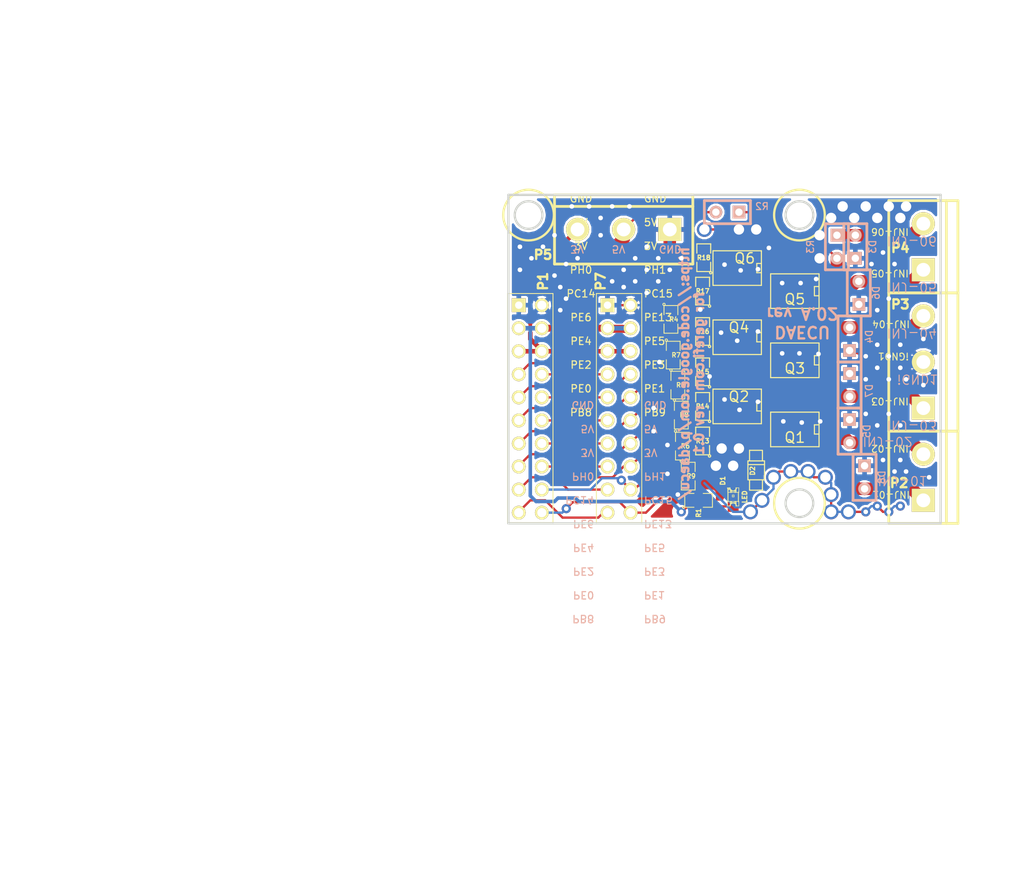
<source format=kicad_pcb>
(kicad_pcb (version 3) (host pcbnew "(2013-07-07 BZR 4022)-stable")
  (title_block (title "6 Channel Injector board") (rev "Spin A R0.2") (company http://code.google.com/p/daecu/))
  (layers (15 F.Cu signal) (0 B.Cu signal) (18 B.Paste user) (19 F.Paste user) (20 B.SilkS user hide) (21 F.SilkS user) (22 B.Mask user) (23 F.Mask user) (28 Edge.Cuts user))
  (net 0 "")
  (net 1 /3V)
  (net 2 /5V)
  (net 3 /INJ-01)
  (net 4 /INJ-01_5V)
  (net 5 /INJ-02)
  (net 6 /INJ-02_5V)
  (net 7 /INJ-03)
  (net 8 /INJ-03_5V)
  (net 9 /INJ-04)
  (net 10 /INJ-04_5V)
  (net 11 /INJ-05)
  (net 12 /INJ-05_5V)
  (net 13 /INJ-06)
  (net 14 /INJ-06_2)
  (net 15 /INJ-06_5V)
  (net 16 /PB8)
  (net 17 /PC14)
  (net 18 /PE0)
  (net 19 /PE2)
  (net 20 /PE4)
  (net 21 /PE6)
  (net 22 /PH0)
  (net 23 /PH1)
  (net 24 GND)
  (net 25 N-0000015)
  (net 26 N-0000018)
  (net 27 N-0000019)
  (net 28 N-0000020)
  (net 29 N-0000021)
  (net 30 N-0000025)
  (net 31 N-000004)
  (net 32 N-000008)
  (module SO8E_ST (layer F.Cu) (at 201.8665 130.4925 180)
    (fp_text reference Q4 (at -0.1905 1.0795 180) (layer F.SilkS) (effects (font (size 1.143 1.143) (thickness 0.1524))))
    (fp_text value OVP_DRIVER hide)
    (pad 2 smd rect (at -1.905 -2.667 180) (size 0.508 1.143) (layers F.Cu F.Paste F.Mask) (net 9 /INJ-04))
    (pad 3 smd rect (at -1.905 2.667 180) (size 0.508 1.143) (layers F.Cu F.Paste F.Mask) (net 24 GND))
    (pad 2 smd rect (at -0.635 -2.667 180) (size 0.508 1.143) (layers F.Cu F.Paste F.Mask) (net 9 /INJ-04))
    (pad 2 smd rect (at 0.635 -2.667 180) (size 0.508 1.143) (layers F.Cu F.Paste F.Mask) (net 9 /INJ-04))
    (pad 2 smd rect (at 1.905 -2.667 180) (size 0.508 1.143) (layers F.Cu F.Paste F.Mask) (net 9 /INJ-04))
    (pad 3 smd rect (at -0.635 2.667 180) (size 0.508 1.143) (layers F.Cu F.Paste F.Mask) (net 24 GND))
    (pad 3 smd rect (at 0.635 2.667 180) (size 0.508 1.143) (layers F.Cu F.Paste F.Mask) (net 24 GND))
    (pad 1 smd rect (at 1.905 2.667 180) (size 0.508 1.143) (layers F.Cu F.Paste F.Mask) (net 26 N-0000018))
  )
  (module SO8E_ST (layer F.Cu) (at 208.2165 140.6525 180)
    (fp_text reference Q1 (at 0 -0.889 180) (layer F.SilkS) (effects (font (size 1.143 1.143) (thickness 0.1524))))
    (fp_text value OVP_DRIVER hide)
    (pad 2 smd rect (at -1.905 -2.667 180) (size 0.508 1.143) (layers F.Cu F.Paste F.Mask) (net 3 /INJ-01))
    (pad 3 smd rect (at -1.905 2.667 180) (size 0.508 1.143) (layers F.Cu F.Paste F.Mask) (net 24 GND))
    (pad 2 smd rect (at -0.635 -2.667 180) (size 0.508 1.143) (layers F.Cu F.Paste F.Mask) (net 3 /INJ-01))
    (pad 2 smd rect (at 0.635 -2.667 180) (size 0.508 1.143) (layers F.Cu F.Paste F.Mask) (net 3 /INJ-01))
    (pad 2 smd rect (at 1.905 -2.667 180) (size 0.508 1.143) (layers F.Cu F.Paste F.Mask) (net 3 /INJ-01))
    (pad 3 smd rect (at -0.635 2.667 180) (size 0.508 1.143) (layers F.Cu F.Paste F.Mask) (net 24 GND))
    (pad 3 smd rect (at 0.635 2.667 180) (size 0.508 1.143) (layers F.Cu F.Paste F.Mask) (net 24 GND))
    (pad 1 smd rect (at 1.905 2.667 180) (size 0.508 1.143) (layers F.Cu F.Paste F.Mask) (net 29 N-0000021))
  )
  (module SO8E_ST (layer F.Cu) (at 201.8665 138.1125 180)
    (fp_text reference Q2 (at -0.1905 1.0795 180) (layer F.SilkS) (effects (font (size 1.143 1.143) (thickness 0.1524))))
    (fp_text value OVP_DRIVER hide)
    (pad 2 smd rect (at -1.905 -2.667 180) (size 0.508 1.143) (layers F.Cu F.Paste F.Mask) (net 5 /INJ-02))
    (pad 3 smd rect (at -1.905 2.667 180) (size 0.508 1.143) (layers F.Cu F.Paste F.Mask) (net 24 GND))
    (pad 2 smd rect (at -0.635 -2.667 180) (size 0.508 1.143) (layers F.Cu F.Paste F.Mask) (net 5 /INJ-02))
    (pad 2 smd rect (at 0.635 -2.667 180) (size 0.508 1.143) (layers F.Cu F.Paste F.Mask) (net 5 /INJ-02))
    (pad 2 smd rect (at 1.905 -2.667 180) (size 0.508 1.143) (layers F.Cu F.Paste F.Mask) (net 5 /INJ-02))
    (pad 3 smd rect (at -0.635 2.667 180) (size 0.508 1.143) (layers F.Cu F.Paste F.Mask) (net 24 GND))
    (pad 3 smd rect (at 0.635 2.667 180) (size 0.508 1.143) (layers F.Cu F.Paste F.Mask) (net 24 GND))
    (pad 1 smd rect (at 1.905 2.667 180) (size 0.508 1.143) (layers F.Cu F.Paste F.Mask) (net 28 N-0000020))
  )
  (module SO8E_ST (layer F.Cu) (at 208.2165 133.0325 180)
    (fp_text reference Q3 (at 0 -0.889 180) (layer F.SilkS) (effects (font (size 1.143 1.143) (thickness 0.1524))))
    (fp_text value OVP_DRIVER hide)
    (pad 2 smd rect (at -1.905 -2.667 180) (size 0.508 1.143) (layers F.Cu F.Paste F.Mask) (net 7 /INJ-03))
    (pad 3 smd rect (at -1.905 2.667 180) (size 0.508 1.143) (layers F.Cu F.Paste F.Mask) (net 24 GND))
    (pad 2 smd rect (at -0.635 -2.667 180) (size 0.508 1.143) (layers F.Cu F.Paste F.Mask) (net 7 /INJ-03))
    (pad 2 smd rect (at 0.635 -2.667 180) (size 0.508 1.143) (layers F.Cu F.Paste F.Mask) (net 7 /INJ-03))
    (pad 2 smd rect (at 1.905 -2.667 180) (size 0.508 1.143) (layers F.Cu F.Paste F.Mask) (net 7 /INJ-03))
    (pad 3 smd rect (at -0.635 2.667 180) (size 0.508 1.143) (layers F.Cu F.Paste F.Mask) (net 24 GND))
    (pad 3 smd rect (at 0.635 2.667 180) (size 0.508 1.143) (layers F.Cu F.Paste F.Mask) (net 24 GND))
    (pad 1 smd rect (at 1.905 2.667 180) (size 0.508 1.143) (layers F.Cu F.Paste F.Mask) (net 27 N-0000019))
  )
  (module SO8E_ST (layer F.Cu) (at 201.8665 122.8725 180)
    (fp_text reference Q6 (at -0.8255 1.0795 180) (layer F.SilkS) (effects (font (size 1.143 1.143) (thickness 0.1524))))
    (fp_text value OVP_DRIVER hide)
    (pad 2 smd rect (at -1.905 -2.667 180) (size 0.508 1.143) (layers F.Cu F.Paste F.Mask) (net 13 /INJ-06))
    (pad 3 smd rect (at -1.905 2.667 180) (size 0.508 1.143) (layers F.Cu F.Paste F.Mask) (net 24 GND))
    (pad 2 smd rect (at -0.635 -2.667 180) (size 0.508 1.143) (layers F.Cu F.Paste F.Mask) (net 13 /INJ-06))
    (pad 2 smd rect (at 0.635 -2.667 180) (size 0.508 1.143) (layers F.Cu F.Paste F.Mask) (net 13 /INJ-06))
    (pad 2 smd rect (at 1.905 -2.667 180) (size 0.508 1.143) (layers F.Cu F.Paste F.Mask) (net 13 /INJ-06))
    (pad 3 smd rect (at -0.635 2.667 180) (size 0.508 1.143) (layers F.Cu F.Paste F.Mask) (net 24 GND))
    (pad 3 smd rect (at 0.635 2.667 180) (size 0.508 1.143) (layers F.Cu F.Paste F.Mask) (net 24 GND))
    (pad 1 smd rect (at 1.905 2.667 180) (size 0.508 1.143) (layers F.Cu F.Paste F.Mask) (net 25 N-0000015))
  )
  (module SO8E_ST (layer F.Cu) (at 208.2165 125.4125 180)
    (fp_text reference Q5 (at 0 -0.889 180) (layer F.SilkS) (effects (font (size 1.143 1.143) (thickness 0.1524))))
    (fp_text value OVP_DRIVER hide)
    (pad 2 smd rect (at -1.905 -2.667 180) (size 0.508 1.143) (layers F.Cu F.Paste F.Mask) (net 11 /INJ-05))
    (pad 3 smd rect (at -1.905 2.667 180) (size 0.508 1.143) (layers F.Cu F.Paste F.Mask) (net 24 GND))
    (pad 2 smd rect (at -0.635 -2.667 180) (size 0.508 1.143) (layers F.Cu F.Paste F.Mask) (net 11 /INJ-05))
    (pad 2 smd rect (at 0.635 -2.667 180) (size 0.508 1.143) (layers F.Cu F.Paste F.Mask) (net 11 /INJ-05))
    (pad 2 smd rect (at 1.905 -2.667 180) (size 0.508 1.143) (layers F.Cu F.Paste F.Mask) (net 11 /INJ-05))
    (pad 3 smd rect (at -0.635 2.667 180) (size 0.508 1.143) (layers F.Cu F.Paste F.Mask) (net 24 GND))
    (pad 3 smd rect (at 0.635 2.667 180) (size 0.508 1.143) (layers F.Cu F.Paste F.Mask) (net 24 GND))
    (pad 1 smd rect (at 1.905 2.667 180) (size 0.508 1.143) (layers F.Cu F.Paste F.Mask) (net 30 N-0000025))
  )
  (module SM0805 (layer F.Cu) (at 198.0565 141.9225 90)
    (fp_text reference R13 (at 0 0 180) (layer F.SilkS) (effects (font (size 0.508 0.508) (thickness 0.127))))
    (fp_text value 1K hide)
    (pad 1 smd rect (at -0.9525 0 90) (size 0.889 1.397) (layers F.Cu F.Paste F.Mask) (net 24 GND))
    (pad 2 smd rect (at 0.9525 0 90) (size 0.889 1.397) (layers F.Cu F.Paste F.Mask) (net 29 N-0000021))
  )
  (module SM0805 (layer F.Cu) (at 198.0565 138.1125 90)
    (fp_text reference R14 (at 0 0 180) (layer F.SilkS) (effects (font (size 0.508 0.508) (thickness 0.127))))
    (fp_text value 1K hide)
    (pad 1 smd rect (at -0.9525 0 90) (size 0.889 1.397) (layers F.Cu F.Paste F.Mask) (net 24 GND))
    (pad 2 smd rect (at 0.9525 0 90) (size 0.889 1.397) (layers F.Cu F.Paste F.Mask) (net 28 N-0000020))
  )
  (module SM0805 (layer F.Cu) (at 198.0565 129.8575 90)
    (fp_text reference R16 (at 0 0 180) (layer F.SilkS) (effects (font (size 0.508 0.508) (thickness 0.127))))
    (fp_text value 1K hide)
    (pad 1 smd rect (at -0.9525 0 90) (size 0.889 1.397) (layers F.Cu F.Paste F.Mask) (net 24 GND))
    (pad 2 smd rect (at 0.9525 0 90) (size 0.889 1.397) (layers F.Cu F.Paste F.Mask) (net 26 N-0000018))
  )
  (module SM0805 (layer F.Cu) (at 198.0565 134.3025 90)
    (fp_text reference R15 (at 0 0 180) (layer F.SilkS) (effects (font (size 0.508 0.508) (thickness 0.127))))
    (fp_text value 1K hide)
    (pad 1 smd rect (at -0.9525 0 90) (size 0.889 1.397) (layers F.Cu F.Paste F.Mask) (net 24 GND))
    (pad 2 smd rect (at 0.9525 0 90) (size 0.889 1.397) (layers F.Cu F.Paste F.Mask) (net 27 N-0000019))
  )
  (module SM0805 (layer F.Cu) (at 198.1835 121.7295 90)
    (fp_text reference R18 (at 0 0 180) (layer F.SilkS) (effects (font (size 0.508 0.508) (thickness 0.127))))
    (fp_text value 1K hide)
    (pad 1 smd rect (at -0.9525 0 90) (size 0.889 1.397) (layers F.Cu F.Paste F.Mask) (net 24 GND))
    (pad 2 smd rect (at 0.9525 0 90) (size 0.889 1.397) (layers F.Cu F.Paste F.Mask) (net 25 N-0000015))
  )
  (module SM0805 (layer F.Cu) (at 198.0565 125.4125 90)
    (fp_text reference R17 (at 0 0 180) (layer F.SilkS) (effects (font (size 0.508 0.508) (thickness 0.127))))
    (fp_text value 1K hide)
    (pad 1 smd rect (at -0.9525 0 90) (size 0.889 1.397) (layers F.Cu F.Paste F.Mask) (net 24 GND))
    (pad 2 smd rect (at 0.9525 0 90) (size 0.889 1.397) (layers F.Cu F.Paste F.Mask) (net 30 N-0000025))
  )
  (module pin_array_10x2 (layer F.Cu) (at 179.07 138.43 270)
    (fp_text reference P1 (at -14.097 -1.397 270) (layer F.SilkS) (effects (font (size 1.016 1.016) (thickness 0.254))))
    (fp_text value CONN_10X2 hide)
    (pad 1 thru_hole rect (at -11.47064 1.27 270) (size 1.524 1.524) (drill 0.8128) (layers *.Cu *.Mask F.SilkS) (net 24 GND))
    (pad 2 thru_hole circle (at -11.47064 -1.27 270) (size 1.524 1.524) (drill 1.016) (layers *.Cu *.Mask F.SilkS) (net 24 GND))
    (pad 3 thru_hole circle (at -8.93064 1.27 270) (size 1.524 1.524) (drill 1.016) (layers *.Cu *.Mask F.SilkS) (net 2 /5V))
    (pad 4 thru_hole circle (at -8.93064 -1.27 270) (size 1.524 1.524) (drill 1.016) (layers *.Cu *.Mask F.SilkS) (net 2 /5V))
    (pad 5 thru_hole circle (at -6.39064 1.27 270) (size 1.524 1.524) (drill 1.016) (layers *.Cu *.Mask F.SilkS) (net 1 /3V))
    (pad 6 thru_hole circle (at -6.39064 -1.27 270) (size 1.524 1.524) (drill 1.016) (layers *.Cu *.Mask F.SilkS) (net 1 /3V))
    (pad 7 thru_hole circle (at -3.85064 1.27 270) (size 1.524 1.524) (drill 1.016) (layers *.Cu *.Mask F.SilkS) (net 22 /PH0))
    (pad 8 thru_hole circle (at -3.85064 -1.27 270) (size 1.524 1.524) (drill 1.016) (layers *.Cu *.Mask F.SilkS) (net 23 /PH1))
    (pad 9 thru_hole circle (at -1.31064 1.27 270) (size 1.524 1.524) (drill 1.016) (layers *.Cu *.Mask F.SilkS) (net 17 /PC14))
    (pad 10 thru_hole circle (at -1.31064 -1.27 270) (size 1.524 1.524) (drill 1.016) (layers *.Cu *.Mask F.SilkS) (net 15 /INJ-06_5V))
    (pad 11 thru_hole circle (at 1.22936 1.27 270) (size 1.524 1.524) (drill 1.016) (layers *.Cu *.Mask F.SilkS) (net 21 /PE6))
    (pad 12 thru_hole circle (at 1.22936 -1.27 270) (size 1.524 1.524) (drill 1.016) (layers *.Cu *.Mask F.SilkS) (net 12 /INJ-05_5V))
    (pad 13 thru_hole circle (at 3.76936 1.27 270) (size 1.524 1.524) (drill 1.016) (layers *.Cu *.Mask F.SilkS) (net 20 /PE4))
    (pad 14 thru_hole circle (at 3.76936 -1.27 270) (size 1.524 1.524) (drill 1.016) (layers *.Cu *.Mask F.SilkS) (net 10 /INJ-04_5V))
    (pad 15 thru_hole circle (at 6.30936 1.27 270) (size 1.524 1.524) (drill 1.016) (layers *.Cu *.Mask F.SilkS) (net 19 /PE2))
    (pad 16 thru_hole circle (at 6.30936 -1.27 270) (size 1.524 1.524) (drill 1.016) (layers *.Cu *.Mask F.SilkS) (net 8 /INJ-03_5V))
    (pad 17 thru_hole circle (at 8.84936 1.27 270) (size 1.524 1.524) (drill 1.016) (layers *.Cu *.Mask F.SilkS) (net 18 /PE0))
    (pad 18 thru_hole circle (at 8.84936 -1.27 270) (size 1.524 1.524) (drill 1.016) (layers *.Cu *.Mask F.SilkS) (net 6 /INJ-02_5V))
    (pad 19 thru_hole circle (at 11.38936 1.27 270) (size 1.524 1.524) (drill 1.016) (layers *.Cu *.Mask F.SilkS) (net 16 /PB8))
    (pad 20 thru_hole circle (at 11.38936 -1.27 270) (size 1.524 1.524) (drill 1.016) (layers *.Cu *.Mask F.SilkS) (net 4 /INJ-01_5V))
  )
  (module bornier3 (layer F.Cu) (at 222.377 133.223 90)
    (fp_text reference P3 (at 6.35 -2.54 180) (layer F.SilkS) (effects (font (size 1.016 1.016) (thickness 0.254))))
    (fp_text value CONN_3 hide)
    (pad 1 thru_hole rect (at -5.08 0 90) (size 2.54 2.54) (drill 1.524) (layers *.Cu *.Mask F.SilkS) (net 7 /INJ-03))
    (pad 2 thru_hole circle (at 0 0 90) (size 2.54 2.54) (drill 1.524) (layers *.Cu *.Mask F.SilkS) (net 24 GND))
    (pad 3 thru_hole circle (at 5.08 0 90) (size 2.54 2.54) (drill 1.524) (layers *.Cu *.Mask F.SilkS) (net 9 /INJ-04))
  )
  (module bornier2 (layer F.Cu) (at 222.377 145.923 90)
    (fp_text reference P2 (at -0.635 -2.667 180) (layer F.SilkS) (effects (font (size 1.016 1.016) (thickness 0.254))))
    (fp_text value CONN_2 hide)
    (pad 1 thru_hole rect (at -2.54 0 90) (size 2.54 2.54) (drill 1.524) (layers *.Cu *.Mask F.SilkS) (net 3 /INJ-01))
    (pad 2 thru_hole circle (at 2.54 0 90) (size 2.54 2.54) (drill 1.524) (layers *.Cu *.Mask F.SilkS) (net 5 /INJ-02))
  )
  (module bornier2 (layer F.Cu) (at 222.377 120.523 90)
    (fp_text reference P4 (at -0.127 -2.54 180) (layer F.SilkS) (effects (font (size 1.016 1.016) (thickness 0.254))))
    (fp_text value CONN_2 hide)
    (pad 1 thru_hole rect (at -2.54 0 90) (size 2.54 2.54) (drill 1.524) (layers *.Cu *.Mask F.SilkS) (net 11 /INJ-05))
    (pad 2 thru_hole circle (at 2.54 0 90) (size 2.54 2.54) (drill 1.524) (layers *.Cu *.Mask F.SilkS) (net 14 /INJ-06_2))
  )
  (module pin_array_10x2 (layer F.Cu) (at 188.849 138.43 270)
    (fp_text reference P7 (at -14.097 2.032 270) (layer F.SilkS) (effects (font (size 1.016 1.016) (thickness 0.254))))
    (fp_text value CONN_10X2 hide)
    (pad 1 thru_hole rect (at -11.47064 1.27 270) (size 1.524 1.524) (drill 0.8128) (layers *.Cu *.Mask F.SilkS) (net 24 GND))
    (pad 2 thru_hole circle (at -11.47064 -1.27 270) (size 1.524 1.524) (drill 1.016) (layers *.Cu *.Mask F.SilkS) (net 24 GND))
    (pad 3 thru_hole circle (at -8.93064 1.27 270) (size 1.524 1.524) (drill 1.016) (layers *.Cu *.Mask F.SilkS) (net 2 /5V))
    (pad 4 thru_hole circle (at -8.93064 -1.27 270) (size 1.524 1.524) (drill 1.016) (layers *.Cu *.Mask F.SilkS) (net 2 /5V))
    (pad 5 thru_hole circle (at -6.39064 1.27 270) (size 1.524 1.524) (drill 1.016) (layers *.Cu *.Mask F.SilkS) (net 1 /3V))
    (pad 6 thru_hole circle (at -6.39064 -1.27 270) (size 1.524 1.524) (drill 1.016) (layers *.Cu *.Mask F.SilkS) (net 1 /3V))
    (pad 7 thru_hole circle (at -3.85064 1.27 270) (size 1.524 1.524) (drill 1.016) (layers *.Cu *.Mask F.SilkS) (net 22 /PH0))
    (pad 8 thru_hole circle (at -3.85064 -1.27 270) (size 1.524 1.524) (drill 1.016) (layers *.Cu *.Mask F.SilkS) (net 23 /PH1))
    (pad 9 thru_hole circle (at -1.31064 1.27 270) (size 1.524 1.524) (drill 1.016) (layers *.Cu *.Mask F.SilkS) (net 17 /PC14))
    (pad 10 thru_hole circle (at -1.31064 -1.27 270) (size 1.524 1.524) (drill 1.016) (layers *.Cu *.Mask F.SilkS) (net 15 /INJ-06_5V))
    (pad 11 thru_hole circle (at 1.22936 1.27 270) (size 1.524 1.524) (drill 1.016) (layers *.Cu *.Mask F.SilkS) (net 21 /PE6))
    (pad 12 thru_hole circle (at 1.22936 -1.27 270) (size 1.524 1.524) (drill 1.016) (layers *.Cu *.Mask F.SilkS) (net 12 /INJ-05_5V))
    (pad 13 thru_hole circle (at 3.76936 1.27 270) (size 1.524 1.524) (drill 1.016) (layers *.Cu *.Mask F.SilkS) (net 20 /PE4))
    (pad 14 thru_hole circle (at 3.76936 -1.27 270) (size 1.524 1.524) (drill 1.016) (layers *.Cu *.Mask F.SilkS) (net 10 /INJ-04_5V))
    (pad 15 thru_hole circle (at 6.30936 1.27 270) (size 1.524 1.524) (drill 1.016) (layers *.Cu *.Mask F.SilkS) (net 19 /PE2))
    (pad 16 thru_hole circle (at 6.30936 -1.27 270) (size 1.524 1.524) (drill 1.016) (layers *.Cu *.Mask F.SilkS) (net 8 /INJ-03_5V))
    (pad 17 thru_hole circle (at 8.84936 1.27 270) (size 1.524 1.524) (drill 1.016) (layers *.Cu *.Mask F.SilkS) (net 18 /PE0))
    (pad 18 thru_hole circle (at 8.84936 -1.27 270) (size 1.524 1.524) (drill 1.016) (layers *.Cu *.Mask F.SilkS) (net 6 /INJ-02_5V))
    (pad 19 thru_hole circle (at 11.38936 1.27 270) (size 1.524 1.524) (drill 1.016) (layers *.Cu *.Mask F.SilkS) (net 16 /PB8))
    (pad 20 thru_hole circle (at 11.38936 -1.27 270) (size 1.524 1.524) (drill 1.016) (layers *.Cu *.Mask F.SilkS) (net 4 /INJ-01_5V))
  )
  (module bornier3 (layer F.Cu) (at 189.357 118.618 180)
    (fp_text reference P5 (at 8.89 -2.794 180) (layer F.SilkS) (effects (font (size 1.016 1.016) (thickness 0.254))))
    (fp_text value CONN_3 hide)
    (pad 1 thru_hole rect (at -5.08 0 180) (size 2.54 2.54) (drill 1.524) (layers *.Cu *.Mask F.SilkS) (net 24 GND))
    (pad 2 thru_hole circle (at 0 0 180) (size 2.54 2.54) (drill 1.524) (layers *.Cu *.Mask F.SilkS) (net 2 /5V))
    (pad 3 thru_hole circle (at 5.08 0 180) (size 2.54 2.54) (drill 1.524) (layers *.Cu *.Mask F.SilkS) (net 1 /3V))
  )
  (module SOD-123 (layer F.Cu) (at 203.962 145.161 90)
    (fp_text reference D2 (at -0.0508 -0.4064 90) (layer F.SilkS) (effects (font (size 0.508 0.508) (thickness 0.127))))
    (fp_text value DIODE hide)
    (pad 1 smd rect (at -1.6256 -0.0254 90) (size 0.9652 1.27) (layers F.Cu F.Paste F.Mask) (net 32 N-000008))
    (pad 2 smd rect (at 1.651 -0.0254 90) (size 0.9652 1.27) (layers F.Cu F.Paste F.Mask) (net 3 /INJ-01))
  )
  (module SM0805 (layer F.Cu) (at 197.612 148.463)
    (fp_text reference R1 (at 0 1.397 90) (layer F.SilkS) (effects (font (size 0.508 0.508) (thickness 0.127))))
    (fp_text value 1K hide)
    (pad 1 smd rect (at -0.9525 0) (size 0.889 1.397) (layers F.Cu F.Paste F.Mask) (net 2 /5V))
    (pad 2 smd rect (at 0.9525 0) (size 0.889 1.397) (layers F.Cu F.Paste F.Mask) (net 31 N-000004))
  )
  (module LED-0805 (layer F.Cu) (at 201.422 148.082 90)
    (fp_text reference D1 (at 1.778 -1.143 90) (layer F.SilkS) (effects (font (size 0.508 0.508) (thickness 0.127))))
    (fp_text value LED (at 0 1.27 90) (layer F.SilkS) (effects (font (size 0.508 0.508) (thickness 0.127))))
    (pad 1 smd rect (at -1.04902 0 90) (size 1.19888 1.19888) (layers F.Cu F.Paste F.Mask) (net 31 N-000004))
    (pad 2 smd rect (at 1.04902 0 90) (size 1.19888 1.19888) (layers F.Cu F.Paste F.Mask) (net 32 N-000008))
  )
  (module SIL-2 (layer B.Cu) (at 214.884 120.523 90)
    (fp_text reference D3 (at 0 1.905 90) (layer B.SilkS) (effects (font (size 0.762 0.762) (thickness 0.127)) (justify mirror)))
    (fp_text value DIODE hide)
    (pad 1 thru_hole rect (at -1.27 0 90) (size 1.397 1.397) (drill 0.8128) (layers *.Cu *.Mask B.SilkS) (net 24 GND))
    (pad 2 thru_hole circle (at 1.27 0 90) (size 1.397 1.397) (drill 0.8128) (layers *.Cu *.Mask B.SilkS) (net 14 /INJ-06_2))
  )
  (module SIL-2 (layer B.Cu) (at 215.265 125.603 90)
    (fp_text reference D6 (at 0 1.905 90) (layer B.SilkS) (effects (font (size 0.762 0.762) (thickness 0.127)) (justify mirror)))
    (fp_text value DIODE hide)
    (pad 1 thru_hole rect (at -1.27 0 90) (size 1.397 1.397) (drill 0.8128) (layers *.Cu *.Mask B.SilkS) (net 24 GND))
    (pad 2 thru_hole circle (at 1.27 0 90) (size 1.397 1.397) (drill 0.8128) (layers *.Cu *.Mask B.SilkS) (net 11 /INJ-05))
  )
  (module SIL-2 (layer B.Cu) (at 214.249 130.683 90)
    (fp_text reference D4 (at 0.254 2.159 90) (layer B.SilkS) (effects (font (size 0.762 0.762) (thickness 0.127)) (justify mirror)))
    (fp_text value DIODE hide)
    (pad 1 thru_hole rect (at -1.27 0 90) (size 1.397 1.397) (drill 0.8128) (layers *.Cu *.Mask B.SilkS) (net 24 GND))
    (pad 2 thru_hole circle (at 1.27 0 90) (size 1.397 1.397) (drill 0.8128) (layers *.Cu *.Mask B.SilkS) (net 9 /INJ-04))
  )
  (module SIL-2 (layer B.Cu) (at 214.249 135.763 270)
    (fp_text reference D7 (at 0.635 -2.159 270) (layer B.SilkS) (effects (font (size 0.762 0.762) (thickness 0.127)) (justify mirror)))
    (fp_text value DIODE hide)
    (pad 1 thru_hole rect (at -1.27 0 270) (size 1.397 1.397) (drill 0.8128) (layers *.Cu *.Mask B.SilkS) (net 24 GND))
    (pad 2 thru_hole circle (at 1.27 0 270) (size 1.397 1.397) (drill 0.8128) (layers *.Cu *.Mask B.SilkS) (net 7 /INJ-03))
  )
  (module SIL-2 (layer B.Cu) (at 214.249 140.843 270)
    (fp_text reference D5 (at 0 -1.905 270) (layer B.SilkS) (effects (font (size 0.762 0.762) (thickness 0.127)) (justify mirror)))
    (fp_text value DIODE hide)
    (pad 1 thru_hole rect (at -1.27 0 270) (size 1.397 1.397) (drill 0.8128) (layers *.Cu *.Mask B.SilkS) (net 24 GND))
    (pad 2 thru_hole circle (at 1.27 0 270) (size 1.397 1.397) (drill 0.8128) (layers *.Cu *.Mask B.SilkS) (net 5 /INJ-02))
  )
  (module SIL-2 (layer B.Cu) (at 215.9 145.923 270)
    (fp_text reference D8 (at 0 -1.905 270) (layer B.SilkS) (effects (font (size 0.762 0.762) (thickness 0.127)) (justify mirror)))
    (fp_text value DIODE hide)
    (pad 1 thru_hole rect (at -1.27 0 270) (size 1.397 1.397) (drill 0.8128) (layers *.Cu *.Mask B.SilkS) (net 24 GND))
    (pad 2 thru_hole circle (at 1.27 0 270) (size 1.397 1.397) (drill 0.8128) (layers *.Cu *.Mask B.SilkS) (net 3 /INJ-01))
  )
  (module SIL-2 (layer B.Cu) (at 200.787 116.713 180)
    (fp_text reference R2 (at -3.81 0.635 180) (layer B.SilkS) (effects (font (size 0.762 0.762) (thickness 0.127)) (justify mirror)))
    (fp_text value OPT hide)
    (pad 1 thru_hole rect (at -1.27 0 180) (size 1.397 1.397) (drill 0.8128) (layers *.Cu *.Mask B.SilkS) (net 13 /INJ-06))
    (pad 2 thru_hole circle (at 1.27 0 180) (size 1.397 1.397) (drill 0.8128) (layers *.Cu *.Mask B.SilkS) (net 2 /5V))
  )
  (module SIL-2 (layer B.Cu) (at 212.852 120.523 270)
    (fp_text reference R3 (at 0 2.921 270) (layer B.SilkS) (effects (font (size 0.762 0.762) (thickness 0.127)) (justify mirror)))
    (fp_text value 0R hide)
    (pad 1 thru_hole rect (at -1.27 0 270) (size 1.397 1.397) (drill 0.8128) (layers *.Cu *.Mask B.SilkS) (net 14 /INJ-06_2))
    (pad 2 thru_hole circle (at 1.27 0 270) (size 1.397 1.397) (drill 0.8128) (layers *.Cu *.Mask B.SilkS) (net 13 /INJ-06))
  )
  (module SM0805 (layer F.Cu) (at 194.564 128.524 270)
    (fp_text reference R4 (at 0 -0.3175 360) (layer F.SilkS) (effects (font (size 0.50038 0.50038) (thickness 0.10922))))
    (fp_text value 20R hide)
    (pad 1 smd rect (at -0.9525 0 270) (size 0.889 1.397) (layers F.Cu F.Paste F.Mask) (net 25 N-0000015))
    (pad 2 smd rect (at 0.9525 0 270) (size 0.889 1.397) (layers F.Cu F.Paste F.Mask) (net 15 /INJ-06_5V))
  )
  (module SM0805 (layer F.Cu) (at 194.818 132.461 270)
    (fp_text reference R7 (at 0 -0.3175 360) (layer F.SilkS) (effects (font (size 0.50038 0.50038) (thickness 0.10922))))
    (fp_text value 20R hide)
    (pad 1 smd rect (at -0.9525 0 270) (size 0.889 1.397) (layers F.Cu F.Paste F.Mask) (net 30 N-0000025))
    (pad 2 smd rect (at 0.9525 0 270) (size 0.889 1.397) (layers F.Cu F.Paste F.Mask) (net 12 /INJ-05_5V))
  )
  (module SM0805 (layer F.Cu) (at 195.326 135.763 270)
    (fp_text reference R5 (at 0 -0.3175 360) (layer F.SilkS) (effects (font (size 0.50038 0.50038) (thickness 0.10922))))
    (fp_text value 20R hide)
    (pad 1 smd rect (at -0.9525 0 270) (size 0.889 1.397) (layers F.Cu F.Paste F.Mask) (net 26 N-0000018))
    (pad 2 smd rect (at 0.9525 0 270) (size 0.889 1.397) (layers F.Cu F.Paste F.Mask) (net 10 /INJ-04_5V))
  )
  (module SM0805 (layer F.Cu) (at 195.707 139.065 270)
    (fp_text reference R8 (at 0 -0.3175 360) (layer F.SilkS) (effects (font (size 0.50038 0.50038) (thickness 0.10922))))
    (fp_text value 20R hide)
    (pad 1 smd rect (at -0.9525 0 270) (size 0.889 1.397) (layers F.Cu F.Paste F.Mask) (net 27 N-0000019))
    (pad 2 smd rect (at 0.9525 0 270) (size 0.889 1.397) (layers F.Cu F.Paste F.Mask) (net 8 /INJ-03_5V))
  )
  (module SM0805 (layer F.Cu) (at 195.834 142.494 270)
    (fp_text reference R6 (at 0 -0.3175 360) (layer F.SilkS) (effects (font (size 0.50038 0.50038) (thickness 0.10922))))
    (fp_text value 20R hide)
    (pad 1 smd rect (at -0.9525 0 270) (size 0.889 1.397) (layers F.Cu F.Paste F.Mask) (net 28 N-0000020))
    (pad 2 smd rect (at 0.9525 0 270) (size 0.889 1.397) (layers F.Cu F.Paste F.Mask) (net 6 /INJ-02_5V))
  )
  (module SM0805 (layer F.Cu) (at 196.469 145.796 270)
    (fp_text reference R9 (at 0 -0.3175 360) (layer F.SilkS) (effects (font (size 0.50038 0.50038) (thickness 0.10922))))
    (fp_text value 20R hide)
    (pad 1 smd rect (at -0.9525 0 270) (size 0.889 1.397) (layers F.Cu F.Paste F.Mask) (net 29 N-0000021))
    (pad 2 smd rect (at 0.9525 0 270) (size 0.889 1.397) (layers F.Cu F.Paste F.Mask) (net 4 /INJ-01_5V))
  )
  (gr_text "3V     5V      GND" (at 189.611 120.777 180) (layer B.SilkS) (effects (font (size 0.8128 0.8128) (thickness 0.127)) (justify mirror)))
  (gr_text "PB8\n\nPE0\n\nPE2\n\nPE4\n\nPE6\n\nPC14\n\nPH0\n\n3V\n\n5V\n\nGND" (at 186.182 149.733 180) (layer B.SilkS) (effects (font (size 0.8128 0.8128) (thickness 0.127)) (justify right mirror)))
  (gr_text "PB9\n\nPE1\n\nPE3\n\nPE5\n\nPE13\n\nPC15\n\nPH1\n\n3V\n\n5V\n\nGND" (at 191.516 149.733 180) (layer B.SilkS) (effects (font (size 0.8128 0.8128) (thickness 0.127)) (justify left mirror)))
  (gr_text "GND\n\n5V\n\n3V\n\nPH1\n\nPC15\n\nPE13\n\nPE5\n\nPE3\n\nPE1\n\nPB9" (at 191.516 127) (layer F.SilkS) (effects (font (size 0.8128 0.8128) (thickness 0.127)) (justify left)))
  (gr_text "GND\n\n5V\n\n3V\n\nPH0\n\nPC14\n\nPE6\n\nPE4\n\nPE2\n\nPE0\n\nPB8" (at 184.658 127) (layer F.SilkS) (effects (font (size 0.8128 0.8128) (thickness 0.127))))
  (gr_line (start 224.282 114.808) (end 176.657 114.808) (angle 90) (layer Edge.Cuts) (width 0.254))
  (gr_line (start 224.282 151.003) (end 176.657 151.003) (angle 90) (layer Edge.Cuts) (width 0.254))
  (gr_line (start 224.282 114.808) (end 224.282 151.003) (angle 90) (layer Edge.Cuts) (width 0.254))
  (gr_line (start 176.657 151.003) (end 176.657 114.808) (angle 90) (layer Edge.Cuts) (width 0.254))
  (gr_circle (center 208.7245 148.7805) (end 211.5185 148.7805) (layer F.SilkS) (width 0.254))
  (gr_circle (center 208.7245 117.0305) (end 211.5185 117.0305) (layer F.SilkS) (width 0.254))
  (gr_circle (center 178.8795 117.0305) (end 181.6735 117.0305) (layer F.SilkS) (width 0.254))
  (gr_circle (center 208.7245 148.7805) (end 210.2485 148.7805) (layer Edge.Cuts) (width 0.254))
  (gr_circle (center 208.7245 117.0305) (end 210.2485 117.0305) (layer Edge.Cuts) (width 0.254))
  (gr_text "DAECU\nrev A.02" (at 209.042 128.905 180) (layer B.SilkS) (effects (font (size 1.27 1.27) (thickness 0.254)) (justify mirror)))
  (gr_circle (center 178.8795 117.0305) (end 180.4035 117.0305) (layer Edge.Cuts) (width 0.254))
  (gr_text "https://code.google.com/p/daecu/\nfor gerefi.com  rev 0.1" (at 196.85 134.493 90) (layer B.SilkS) (effects (font (size 1.016 1.016) (thickness 0.254)) (justify mirror)))
  (gr_text INJ-01 (at 218.821 147.828 180) (layer F.SilkS) (effects (font (size 0.762 0.762) (thickness 0.1143))))
  (gr_text INJ-02 (at 218.694 142.748 180) (layer F.SilkS) (effects (font (size 0.762 0.762) (thickness 0.1143))))
  (gr_text INJ-03 (at 218.694 137.541 180) (layer F.SilkS) (effects (font (size 0.762 0.762) (thickness 0.1143))))
  (gr_text INJ-06 (at 218.694 118.872 180) (layer F.SilkS) (effects (font (size 0.762 0.762) (thickness 0.1143))))
  (gr_text INJ-05 (at 218.694 123.444 180) (layer F.SilkS) (effects (font (size 0.762 0.762) (thickness 0.1143))))
  (gr_text INJ-04 (at 218.821 129.032 180) (layer F.SilkS) (effects (font (size 0.762 0.762) (thickness 0.1143))))
  (gr_text iGND1 (at 219.075 132.588 180) (layer F.SilkS) (effects (font (size 0.762 0.762) (thickness 0.1143))))
  (gr_text INJ-04 (at 221.107 130.048 180) (layer B.SilkS) (effects (font (size 1.016 1.016) (thickness 0.1143)) (justify mirror)))
  (gr_text INJ-05 (at 221.107 124.968 180) (layer B.SilkS) (effects (font (size 1.016 1.016) (thickness 0.1143)) (justify mirror)))
  (gr_text INJ-06 (at 221.107 119.888 180) (layer B.SilkS) (effects (font (size 1.016 1.016) (thickness 0.1143)) (justify mirror)))
  (gr_text INJ-03 (at 221.107 140.208 180) (layer B.SilkS) (effects (font (size 1.016 1.016) (thickness 0.1143)) (justify mirror)))
  (gr_text iGND1 (at 221.742 135.128 180) (layer B.SilkS) (effects (font (size 1.016 1.016) (thickness 0.1143)) (justify mirror)))
  (gr_text INJ-02 (at 218.44 141.986 180) (layer B.SilkS) (effects (font (size 1.016 1.016) (thickness 0.1143)) (justify mirror)))
  (gr_text INJ-01 (at 220.091 146.304 180) (layer B.SilkS) (effects (font (size 1.016 1.016) (thickness 0.1143)) (justify mirror)))
  (segment (start 214.122 149.733) (end 216.027 149.733) (width 0.254) (layer F.Cu) (net 0))
  (via (at 219.837 149.098) (size 1.016) (layers F.Cu B.Cu) (net 0))
  (segment (start 219.202 149.098) (end 219.837 149.098) (width 0.254) (layer B.Cu) (net 0))
  (segment (start 218.567 149.733) (end 219.202 149.098) (width 0.254) (layer B.Cu) (net 0))
  (via (at 218.567 149.733) (size 1.016) (layers F.Cu B.Cu) (net 0))
  (segment (start 217.932 149.733) (end 218.567 149.733) (width 0.254) (layer F.Cu) (net 0))
  (segment (start 217.297 149.098) (end 217.932 149.733) (width 0.254) (layer F.Cu) (net 0))
  (via (at 217.297 149.098) (size 1.016) (layers F.Cu B.Cu) (net 0))
  (segment (start 216.662 149.098) (end 217.297 149.098) (width 0.254) (layer B.Cu) (net 0))
  (segment (start 216.027 149.733) (end 216.662 149.098) (width 0.254) (layer B.Cu) (net 0))
  (via (at 216.027 149.733) (size 1.016) (layers F.Cu B.Cu) (net 0))
  (via (at 214.122 149.733) (size 1.651) (drill 1.143) (layers F.Cu B.Cu) (net 0))
  (segment (start 212.217 149.733) (end 214.122 149.733) (width 0.254) (layer B.Cu) (net 0))
  (via (at 212.217 149.733) (size 1.651) (drill 1.143) (layers F.Cu B.Cu) (net 0))
  (segment (start 212.217 147.828) (end 212.217 149.733) (width 0.254) (layer F.Cu) (net 0))
  (via (at 212.217 147.828) (size 1.651) (drill 1.143) (layers F.Cu B.Cu) (net 0))
  (segment (start 212.217 146.558) (end 212.217 147.828) (width 0.254) (layer B.Cu) (net 0))
  (segment (start 211.582 145.923) (end 212.217 146.558) (width 0.254) (layer B.Cu) (net 0))
  (via (at 211.582 145.923) (size 1.651) (drill 1.143) (layers F.Cu B.Cu) (net 0))
  (segment (start 210.312 145.923) (end 211.582 145.923) (width 0.254) (layer F.Cu) (net 0))
  (segment (start 209.677 145.288) (end 210.312 145.923) (width 0.254) (layer F.Cu) (net 0))
  (via (at 209.677 145.288) (size 1.651) (drill 1.143) (layers F.Cu B.Cu) (net 0))
  (segment (start 207.772 145.288) (end 209.677 145.288) (width 0.254) (layer B.Cu) (net 0))
  (via (at 207.772 145.288) (size 1.651) (drill 1.143) (layers F.Cu B.Cu) (net 0))
  (segment (start 206.502 145.288) (end 207.772 145.288) (width 0.254) (layer F.Cu) (net 0))
  (segment (start 205.867 145.923) (end 206.502 145.288) (width 0.254) (layer F.Cu) (net 0))
  (via (at 205.867 145.923) (size 1.651) (drill 1.143) (layers F.Cu B.Cu) (net 0))
  (segment (start 205.867 147.193) (end 205.867 145.923) (width 0.254) (layer B.Cu) (net 0))
  (segment (start 204.597 148.463) (end 205.867 147.193) (width 0.254) (layer B.Cu) (net 0))
  (via (at 204.597 148.463) (size 1.651) (drill 1.143) (layers F.Cu B.Cu) (net 0))
  (segment (start 203.327 149.733) (end 204.597 148.463) (width 0.254) (layer F.Cu) (net 0))
  (via (at 203.327 149.733) (size 1.651) (drill 1.143) (layers F.Cu B.Cu) (net 0))
  (segment (start 201.422 149.733) (end 203.327 149.733) (width 0.254) (layer B.Cu) (net 0))
  (segment (start 198.247 146.558) (end 201.422 149.733) (width 0.254) (layer B.Cu) (net 0))
  (via (at 198.247 118.618) (size 1.651) (drill 1.143) (layers F.Cu B.Cu) (net 0))
  (segment (start 200.152 118.618) (end 198.247 118.618) (width 0.254) (layer F.Cu) (net 0))
  (segment (start 179.07 128.2446) (end 179.07 125.8062) (width 0.39116) (layer F.Cu) (net 1))
  (segment (start 178.9684 125.7046) (end 179.07 125.7046) (width 0.39116) (layer F.Cu) (net 1))
  (segment (start 179.07 125.8062) (end 178.9684 125.7046) (width 0.39116) (layer F.Cu) (net 1))
  (segment (start 179.07 129.9972) (end 179.07 128.9558) (width 0.39116) (layer F.Cu) (net 1))
  (segment (start 180.34 132.03936) (end 180.34 131.953) (width 0.508) (layer F.Cu) (net 1))
  (segment (start 179.07 123.825) (end 184.277 118.618) (width 0.508) (layer F.Cu) (net 1))
  (segment (start 179.07 130.683) (end 179.07 129.9972) (width 0.508) (layer F.Cu) (net 1))
  (segment (start 179.07 128.9558) (end 179.07 128.2446) (width 0.508) (layer F.Cu) (net 1))
  (segment (start 179.07 125.7046) (end 179.07 123.825) (width 0.508) (layer F.Cu) (net 1))
  (segment (start 180.34 131.953) (end 179.07 130.683) (width 0.508) (layer F.Cu) (net 1))
  (segment (start 177.8 132.03936) (end 180.34 132.03936) (width 0.508) (layer F.Cu) (net 1))
  (segment (start 180.34 132.03936) (end 187.579 132.03936) (width 0.508) (layer F.Cu) (net 1))
  (segment (start 187.579 132.03936) (end 190.119 132.03936) (width 0.508) (layer F.Cu) (net 1))
  (segment (start 179.07 129.49936) (end 179.07 147.955) (width 0.39116) (layer B.Cu) (net 2))
  (segment (start 196.6595 148.7805) (end 196.6595 148.463) (width 0.39116) (layer F.Cu) (net 2))
  (segment (start 195.707 149.733) (end 196.6595 148.7805) (width 0.39116) (layer F.Cu) (net 2))
  (via (at 195.707 149.733) (size 1.016) (layers F.Cu B.Cu) (net 2))
  (segment (start 194.564 148.59) (end 195.707 149.733) (width 0.39116) (layer B.Cu) (net 2))
  (segment (start 184.404 148.59) (end 194.564 148.59) (width 0.39116) (layer B.Cu) (net 2))
  (segment (start 184.023 148.209) (end 184.404 148.59) (width 0.39116) (layer B.Cu) (net 2))
  (segment (start 182.118 148.209) (end 184.023 148.209) (width 0.39116) (layer B.Cu) (net 2))
  (segment (start 181.737 148.59) (end 182.118 148.209) (width 0.39116) (layer B.Cu) (net 2))
  (segment (start 180.0098 148.59) (end 181.737 148.59) (width 0.39116) (layer B.Cu) (net 2))
  (segment (start 179.705 148.59) (end 180.0098 148.59) (width 0.39116) (layer B.Cu) (net 2))
  (segment (start 179.07 147.955) (end 179.705 148.59) (width 0.39116) (layer B.Cu) (net 2))
  (segment (start 189.357 118.618) (end 189.357 119.634) (width 1.38176) (layer F.Cu) (net 2))
  (segment (start 185.166 123.825) (end 185.166 129.49936) (width 1.38176) (layer F.Cu) (net 2))
  (segment (start 189.357 119.634) (end 185.166 123.825) (width 1.38176) (layer F.Cu) (net 2))
  (segment (start 199.517 116.713) (end 191.262 116.713) (width 0.254) (layer F.Cu) (net 2))
  (segment (start 191.262 116.713) (end 189.357 118.618) (width 0.254) (layer F.Cu) (net 2))
  (segment (start 180.34 129.49936) (end 179.07 129.49936) (width 0.508) (layer B.Cu) (net 2))
  (segment (start 179.07 129.49936) (end 179.197 129.49936) (width 0.508) (layer B.Cu) (net 2))
  (segment (start 179.197 129.49936) (end 177.8 129.49936) (width 0.508) (layer B.Cu) (net 2))
  (segment (start 180.34 129.49936) (end 185.166 129.49936) (width 0.762) (layer F.Cu) (net 2))
  (segment (start 185.166 129.49936) (end 189.23 129.49936) (width 0.762) (layer F.Cu) (net 2))
  (segment (start 188.087 129.62636) (end 189.484 129.62636) (width 0.762) (layer F.Cu) (net 2))
  (segment (start 190.119 129.49936) (end 187.579 129.49936) (width 0.508) (layer B.Cu) (net 2))
  (segment (start 189.484 129.62636) (end 187.579 129.49936) (width 0.762) (layer F.Cu) (net 2))
  (segment (start 210.1215 143.3195) (end 212.1535 143.3195) (width 1.38176) (layer F.Cu) (net 3))
  (segment (start 215.138 147.193) (end 215.9 147.193) (width 1.38176) (layer F.Cu) (net 3))
  (segment (start 213.868 145.923) (end 215.138 147.193) (width 1.38176) (layer F.Cu) (net 3))
  (segment (start 213.868 145.034) (end 213.868 145.923) (width 1.38176) (layer F.Cu) (net 3))
  (segment (start 212.1535 143.3195) (end 213.868 145.034) (width 1.38176) (layer F.Cu) (net 3))
  (segment (start 206.3115 143.3195) (end 204.1271 143.3195) (width 1.38176) (layer F.Cu) (net 3))
  (segment (start 204.1271 143.3195) (end 203.9366 143.51) (width 1.38176) (layer F.Cu) (net 3))
  (segment (start 215.9 147.193) (end 221.107 147.193) (width 1.38176) (layer F.Cu) (net 3))
  (segment (start 221.107 147.193) (end 222.377 148.463) (width 1.38176) (layer F.Cu) (net 3))
  (segment (start 208.8515 143.3195) (end 210.1215 143.3195) (width 1.38176) (layer F.Cu) (net 3))
  (segment (start 206.3115 143.3195) (end 207.5815 143.3195) (width 1.38176) (layer F.Cu) (net 3))
  (segment (start 207.5815 143.3195) (end 208.8515 143.3195) (width 1.38176) (layer F.Cu) (net 3))
  (segment (start 190.119 149.81936) (end 190.07836 149.81936) (width 0.254) (layer F.Cu) (net 4))
  (segment (start 182.59044 149.81936) (end 180.34 149.81936) (width 0.254) (layer B.Cu) (net 4))
  (segment (start 183.0324 149.3774) (end 182.59044 149.81936) (width 0.254) (layer B.Cu) (net 4))
  (via (at 183.0324 149.3774) (size 1.016) (layers F.Cu B.Cu) (net 4))
  (segment (start 183.7436 148.6662) (end 183.0324 149.3774) (width 0.254) (layer F.Cu) (net 4))
  (segment (start 188.9252 148.6662) (end 183.7436 148.6662) (width 0.254) (layer F.Cu) (net 4))
  (segment (start 190.07836 149.81936) (end 188.9252 148.6662) (width 0.254) (layer F.Cu) (net 4))
  (segment (start 190.119 149.81936) (end 191.81064 149.81936) (width 0.254) (layer F.Cu) (net 4))
  (segment (start 194.8815 146.7485) (end 196.469 146.7485) (width 0.254) (layer F.Cu) (net 4))
  (segment (start 191.81064 149.81936) (end 194.8815 146.7485) (width 0.254) (layer F.Cu) (net 4))
  (segment (start 203.7715 140.7795) (end 204.581762 140.7795) (width 1.38176) (layer F.Cu) (net 5))
  (segment (start 213.819738 141.683738) (end 214.249 142.113) (width 1.38176) (layer F.Cu) (net 5))
  (segment (start 205.486 141.683738) (end 213.819738 141.683738) (width 1.38176) (layer F.Cu) (net 5))
  (segment (start 204.581762 140.7795) (end 205.486 141.683738) (width 1.38176) (layer F.Cu) (net 5))
  (segment (start 214.249 142.113) (end 221.107 142.113) (width 1.38176) (layer F.Cu) (net 5))
  (segment (start 221.107 142.113) (end 222.377 143.383) (width 1.38176) (layer F.Cu) (net 5))
  (segment (start 202.5015 140.7795) (end 203.7715 140.7795) (width 1.38176) (layer F.Cu) (net 5))
  (segment (start 201.2315 140.7795) (end 202.5015 140.7795) (width 1.38176) (layer F.Cu) (net 5))
  (segment (start 199.9615 140.7795) (end 201.2315 140.7795) (width 1.38176) (layer F.Cu) (net 5))
  (segment (start 190.119 147.27936) (end 190.119 147.2692) (width 0.254) (layer F.Cu) (net 6))
  (segment (start 185.71464 147.27936) (end 180.34 147.27936) (width 0.254) (layer B.Cu) (net 6))
  (segment (start 186.9694 146.0246) (end 185.71464 147.27936) (width 0.254) (layer B.Cu) (net 6))
  (segment (start 188.8744 146.0246) (end 186.9694 146.0246) (width 0.254) (layer B.Cu) (net 6))
  (segment (start 189.103 146.2532) (end 188.8744 146.0246) (width 0.254) (layer B.Cu) (net 6))
  (via (at 189.103 146.2532) (size 1.016) (layers F.Cu B.Cu) (net 6))
  (segment (start 190.119 147.2692) (end 189.103 146.2532) (width 0.254) (layer F.Cu) (net 6))
  (segment (start 190.119 147.27936) (end 190.54064 147.27936) (width 0.254) (layer F.Cu) (net 6))
  (segment (start 194.3735 143.4465) (end 195.834 143.4465) (width 0.254) (layer F.Cu) (net 6))
  (segment (start 190.54064 147.27936) (end 194.3735 143.4465) (width 0.254) (layer F.Cu) (net 6))
  (segment (start 210.1215 135.6995) (end 212.4075 135.6995) (width 1.38176) (layer F.Cu) (net 7))
  (segment (start 213.741 137.033) (end 214.249 137.033) (width 1.38176) (layer F.Cu) (net 7))
  (segment (start 212.4075 135.6995) (end 213.741 137.033) (width 1.38176) (layer F.Cu) (net 7))
  (segment (start 214.249 137.033) (end 221.107 137.033) (width 1.38176) (layer F.Cu) (net 7))
  (segment (start 221.107 137.033) (end 222.377 138.303) (width 1.38176) (layer F.Cu) (net 7))
  (segment (start 208.8515 135.6995) (end 210.1215 135.6995) (width 1.38176) (layer F.Cu) (net 7))
  (segment (start 206.3115 135.6995) (end 207.5815 135.6995) (width 1.38176) (layer F.Cu) (net 7))
  (segment (start 207.5815 135.6995) (end 208.8515 135.6995) (width 1.38176) (layer F.Cu) (net 7))
  (segment (start 190.119 144.73936) (end 190.119 144.6911) (width 0.254) (layer F.Cu) (net 8))
  (segment (start 194.7926 140.0175) (end 195.707 140.0175) (width 0.254) (layer F.Cu) (net 8))
  (segment (start 190.119 144.6911) (end 194.7926 140.0175) (width 0.254) (layer F.Cu) (net 8))
  (segment (start 190.119 144.73936) (end 189.34684 144.73936) (width 0.254) (layer F.Cu) (net 8))
  (segment (start 189.34684 144.73936) (end 188.1632 145.923) (width 0.254) (layer F.Cu) (net 8))
  (segment (start 183.261 145.923) (end 188.1632 145.923) (width 0.254) (layer F.Cu) (net 8))
  (segment (start 180.34 144.73936) (end 182.07736 144.73936) (width 0.254) (layer F.Cu) (net 8))
  (segment (start 182.07736 144.73936) (end 183.261 145.923) (width 0.254) (layer F.Cu) (net 8))
  (segment (start 204.08646 133.1595) (end 205.1685 133.1595) (width 1.38176) (layer F.Cu) (net 9))
  (segment (start 213.741 129.413) (end 214.249 129.413) (width 1.38176) (layer F.Cu) (net 9))
  (segment (start 212.471 130.683) (end 213.741 129.413) (width 1.38176) (layer F.Cu) (net 9))
  (segment (start 212.471 133.174738) (end 212.471 130.683) (width 1.38176) (layer F.Cu) (net 9))
  (segment (start 211.582 134.063738) (end 212.471 133.174738) (width 1.38176) (layer F.Cu) (net 9))
  (segment (start 206.072738 134.063738) (end 211.582 134.063738) (width 1.38176) (layer F.Cu) (net 9))
  (segment (start 205.1685 133.1595) (end 206.072738 134.063738) (width 1.38176) (layer F.Cu) (net 9))
  (segment (start 214.249 129.413) (end 221.107 129.413) (width 1.38176) (layer F.Cu) (net 9))
  (segment (start 221.107 129.413) (end 222.377 128.143) (width 1.38176) (layer F.Cu) (net 9))
  (segment (start 202.5015 133.1595) (end 204.08646 133.1595) (width 1.38176) (layer F.Cu) (net 9))
  (segment (start 199.9615 133.1595) (end 201.2315 133.1595) (width 1.38176) (layer F.Cu) (net 9))
  (segment (start 204.08646 133.1595) (end 203.7715 133.1595) (width 1.38176) (layer F.Cu) (net 9))
  (segment (start 201.2315 133.1595) (end 202.5015 133.1595) (width 1.38176) (layer F.Cu) (net 9))
  (segment (start 195.326 136.7155) (end 195.326 136.779) (width 0.254) (layer F.Cu) (net 10))
  (segment (start 190.03264 142.19936) (end 190.119 142.19936) (width 0.254) (layer F.Cu) (net 10))
  (segment (start 194.183 138.049) (end 190.03264 142.19936) (width 0.254) (layer F.Cu) (net 10))
  (segment (start 194.183 137.922) (end 194.183 138.049) (width 0.254) (layer F.Cu) (net 10))
  (segment (start 195.326 136.779) (end 194.183 137.922) (width 0.254) (layer F.Cu) (net 10))
  (segment (start 190.119 142.19936) (end 189.77864 142.19936) (width 0.254) (layer F.Cu) (net 10))
  (segment (start 189.77864 142.19936) (end 188.595 143.383) (width 0.254) (layer F.Cu) (net 10))
  (segment (start 180.34 142.19936) (end 182.20436 142.19936) (width 0.254) (layer F.Cu) (net 10))
  (segment (start 183.388 143.383) (end 188.595 143.383) (width 0.254) (layer F.Cu) (net 10))
  (segment (start 182.20436 142.19936) (end 183.388 143.383) (width 0.254) (layer F.Cu) (net 10))
  (segment (start 215.265 124.333) (end 215.021632 124.333) (width 1.38176) (layer F.Cu) (net 11))
  (segment (start 211.275132 128.0795) (end 210.1215 128.0795) (width 1.38176) (layer F.Cu) (net 11))
  (segment (start 215.021632 124.333) (end 211.275132 128.0795) (width 1.38176) (layer F.Cu) (net 11))
  (segment (start 215.265 124.333) (end 221.107 124.333) (width 1.38176) (layer F.Cu) (net 11))
  (segment (start 221.107 124.333) (end 222.377 123.063) (width 1.38176) (layer F.Cu) (net 11))
  (segment (start 207.5815 128.0795) (end 208.8515 128.0795) (width 1.38176) (layer F.Cu) (net 11))
  (segment (start 208.8515 128.0795) (end 210.1215 128.0795) (width 1.38176) (layer F.Cu) (net 11))
  (segment (start 206.3115 128.0795) (end 207.5815 128.0795) (width 1.38176) (layer F.Cu) (net 11))
  (segment (start 194.818 133.4135) (end 194.818 133.604) (width 0.254) (layer F.Cu) (net 12))
  (segment (start 190.03264 139.65936) (end 190.119 139.65936) (width 0.254) (layer F.Cu) (net 12))
  (segment (start 193.675 136.017) (end 190.03264 139.65936) (width 0.254) (layer F.Cu) (net 12))
  (segment (start 193.675 134.747) (end 193.675 136.017) (width 0.254) (layer F.Cu) (net 12))
  (segment (start 194.818 133.604) (end 193.675 134.747) (width 0.254) (layer F.Cu) (net 12))
  (segment (start 190.119 139.65936) (end 189.65164 139.65936) (width 0.254) (layer F.Cu) (net 12))
  (segment (start 189.65164 139.65936) (end 188.468 140.843) (width 0.254) (layer F.Cu) (net 12))
  (segment (start 180.34 139.65936) (end 182.33136 139.65936) (width 0.254) (layer F.Cu) (net 12))
  (segment (start 183.515 140.843) (end 188.468 140.843) (width 0.254) (layer F.Cu) (net 12))
  (segment (start 182.33136 139.65936) (end 183.515 140.843) (width 0.254) (layer F.Cu) (net 12))
  (segment (start 203.7715 125.5395) (end 205.0415 125.5395) (width 1.38176) (layer F.Cu) (net 13))
  (segment (start 212.852 124.189316) (end 212.852 121.793) (width 1.38176) (layer F.Cu) (net 13))
  (segment (start 210.597578 126.443738) (end 212.852 124.189316) (width 1.38176) (layer F.Cu) (net 13))
  (segment (start 205.945738 126.443738) (end 210.597578 126.443738) (width 1.38176) (layer F.Cu) (net 13))
  (segment (start 205.0415 125.5395) (end 205.945738 126.443738) (width 1.38176) (layer F.Cu) (net 13))
  (segment (start 212.852 121.793) (end 211.582 120.523) (width 0.254) (layer F.Cu) (net 13))
  (segment (start 211.582 120.523) (end 207.772 120.523) (width 0.254) (layer F.Cu) (net 13))
  (segment (start 207.772 120.523) (end 203.962 116.713) (width 0.254) (layer F.Cu) (net 13))
  (segment (start 203.962 116.713) (end 202.057 116.713) (width 0.254) (layer F.Cu) (net 13))
  (segment (start 202.5015 125.5395) (end 203.7715 125.5395) (width 1.38176) (layer F.Cu) (net 13))
  (segment (start 201.2315 125.5395) (end 202.5015 125.5395) (width 1.38176) (layer F.Cu) (net 13))
  (segment (start 199.9615 125.5395) (end 201.2315 125.5395) (width 1.38176) (layer F.Cu) (net 13))
  (segment (start 214.884 119.253) (end 221.107 119.253) (width 1.38176) (layer F.Cu) (net 14))
  (segment (start 221.107 119.253) (end 222.377 117.983) (width 1.38176) (layer F.Cu) (net 14))
  (segment (start 212.852 119.253) (end 214.884 119.253) (width 1.38176) (layer F.Cu) (net 14))
  (segment (start 194.564 129.4765) (end 194.5005 129.4765) (width 0.254) (layer F.Cu) (net 15))
  (segment (start 191.643 135.59536) (end 190.119 137.11936) (width 0.254) (layer F.Cu) (net 15))
  (segment (start 191.643 132.334) (end 191.643 135.59536) (width 0.254) (layer F.Cu) (net 15))
  (segment (start 194.5005 129.4765) (end 191.643 132.334) (width 0.254) (layer F.Cu) (net 15))
  (segment (start 190.119 137.11936) (end 189.65164 137.11936) (width 0.254) (layer F.Cu) (net 15))
  (segment (start 189.65164 137.11936) (end 188.468 138.303) (width 0.254) (layer F.Cu) (net 15))
  (segment (start 183.769 138.303) (end 188.468 138.303) (width 0.254) (layer F.Cu) (net 15))
  (segment (start 180.34 137.11936) (end 182.58536 137.11936) (width 0.254) (layer F.Cu) (net 15))
  (segment (start 182.58536 137.11936) (end 183.769 138.303) (width 0.254) (layer F.Cu) (net 15))
  (segment (start 187.579 149.81936) (end 187.11164 149.81936) (width 0.254) (layer F.Cu) (net 16))
  (segment (start 187.11164 149.81936) (end 186.563 150.368) (width 0.254) (layer F.Cu) (net 16))
  (segment (start 177.8 149.81936) (end 177.8 149.733) (width 0.254) (layer F.Cu) (net 16))
  (segment (start 182.626 150.368) (end 186.563 150.368) (width 0.254) (layer F.Cu) (net 16))
  (segment (start 177.8 149.733) (end 179.07 148.463) (width 0.254) (layer F.Cu) (net 16))
  (segment (start 179.07 148.463) (end 180.721 148.463) (width 0.254) (layer F.Cu) (net 16))
  (segment (start 180.721 148.463) (end 182.626 150.368) (width 0.254) (layer F.Cu) (net 16))
  (segment (start 177.8 137.11936) (end 177.84064 137.11936) (width 0.254) (layer F.Cu) (net 17))
  (segment (start 182.88 135.89) (end 184.10936 137.11936) (width 0.254) (layer F.Cu) (net 17))
  (segment (start 179.07 135.89) (end 182.88 135.89) (width 0.254) (layer F.Cu) (net 17))
  (segment (start 177.84064 137.11936) (end 179.07 135.89) (width 0.254) (layer F.Cu) (net 17))
  (segment (start 184.10936 137.11936) (end 187.579 137.11936) (width 0.254) (layer F.Cu) (net 17))
  (segment (start 183.22036 147.27936) (end 187.579 147.27936) (width 0.254) (layer F.Cu) (net 18))
  (segment (start 177.8 147.27936) (end 177.84064 147.27936) (width 0.254) (layer F.Cu) (net 18))
  (segment (start 181.864 145.923) (end 183.22036 147.27936) (width 0.254) (layer F.Cu) (net 18))
  (segment (start 179.197 145.923) (end 181.864 145.923) (width 0.254) (layer F.Cu) (net 18))
  (segment (start 177.84064 147.27936) (end 179.197 145.923) (width 0.254) (layer F.Cu) (net 18))
  (segment (start 183.60136 144.73936) (end 187.579 144.73936) (width 0.254) (layer F.Cu) (net 19))
  (segment (start 177.8 144.73936) (end 177.8 144.653) (width 0.254) (layer F.Cu) (net 19))
  (segment (start 182.245 143.383) (end 183.60136 144.73936) (width 0.254) (layer F.Cu) (net 19))
  (segment (start 179.07 143.383) (end 182.245 143.383) (width 0.254) (layer F.Cu) (net 19))
  (segment (start 177.8 144.653) (end 179.07 143.383) (width 0.254) (layer F.Cu) (net 19))
  (segment (start 177.8 142.19936) (end 177.84064 142.19936) (width 0.254) (layer F.Cu) (net 20))
  (segment (start 182.372 140.843) (end 183.72836 142.19936) (width 0.254) (layer F.Cu) (net 20))
  (segment (start 179.197 140.843) (end 182.372 140.843) (width 0.254) (layer F.Cu) (net 20))
  (segment (start 177.84064 142.19936) (end 179.197 140.843) (width 0.254) (layer F.Cu) (net 20))
  (segment (start 183.72836 142.19936) (end 187.579 142.19936) (width 0.254) (layer F.Cu) (net 20))
  (segment (start 183.85536 139.65936) (end 187.579 139.65936) (width 0.254) (layer F.Cu) (net 21))
  (segment (start 177.8 139.65936) (end 177.8 139.573) (width 0.254) (layer F.Cu) (net 21))
  (segment (start 182.499 138.303) (end 183.85536 139.65936) (width 0.254) (layer F.Cu) (net 21))
  (segment (start 179.07 138.303) (end 182.499 138.303) (width 0.254) (layer F.Cu) (net 21))
  (segment (start 177.8 139.573) (end 179.07 138.303) (width 0.254) (layer F.Cu) (net 21))
  (segment (start 187.579 134.57936) (end 184.99836 134.57936) (width 0.254) (layer F.Cu) (net 22))
  (segment (start 179.02936 133.35) (end 177.8 134.57936) (width 0.254) (layer F.Cu) (net 22))
  (segment (start 183.769 133.35) (end 179.02936 133.35) (width 0.254) (layer F.Cu) (net 22))
  (segment (start 184.99836 134.57936) (end 183.769 133.35) (width 0.254) (layer F.Cu) (net 22))
  (segment (start 190.119 134.57936) (end 189.77864 134.57936) (width 0.254) (layer F.Cu) (net 23))
  (segment (start 189.77864 134.57936) (end 188.595 135.763) (width 0.254) (layer F.Cu) (net 23))
  (segment (start 184.404 135.763) (end 188.595 135.763) (width 0.254) (layer F.Cu) (net 23))
  (segment (start 180.34 134.57936) (end 183.22036 134.57936) (width 0.254) (layer F.Cu) (net 23))
  (segment (start 183.22036 134.57936) (end 184.404 135.763) (width 0.254) (layer F.Cu) (net 23))
  (segment (start 207.5815 122.7455) (end 207.5815 121.9835) (width 0.762) (layer F.Cu) (net 24))
  (segment (start 207.5815 121.9835) (end 207.391 121.793) (width 0.762) (layer F.Cu) (net 24))
  (segment (start 210.947 121.793) (end 210.947 122.428) (width 1.38176) (layer F.Cu) (net 24))
  (via (at 208.8515 124.5235) (size 1.651) (layers F.Cu B.Cu) (net 24))
  (segment (start 208.8515 124.5235) (end 208.8515 122.7455) (width 1.38176) (layer F.Cu) (net 24))
  (segment (start 210.947 122.428) (end 208.8515 124.5235) (width 1.38176) (layer F.Cu) (net 24))
  (segment (start 204.1525 122.9995) (end 204.1525 121.8565) (width 1.38176) (layer B.Cu) (net 24))
  (via (at 204.1525 122.9995) (size 1.651) (layers F.Cu B.Cu) (net 24))
  (segment (start 203.7715 122.6185) (end 204.1525 122.9995) (width 1.38176) (layer F.Cu) (net 24))
  (segment (start 203.7715 120.2055) (end 203.7715 122.6185) (width 1.38176) (layer F.Cu) (net 24))
  (via (at 205.359 120.65) (size 1.016) (layers F.Cu B.Cu) (net 24))
  (segment (start 204.1525 121.8565) (end 205.359 120.65) (width 1.38176) (layer B.Cu) (net 24))
  (segment (start 210.947 121.793) (end 210.947 122.174) (width 1.38176) (layer B.Cu) (net 24))
  (segment (start 210.947 122.174) (end 209.804 123.317) (width 1.38176) (layer B.Cu) (net 24))
  (segment (start 210.947 121.793) (end 210.947 123.698) (width 1.38176) (layer F.Cu) (net 24))
  (via (at 210.566 124.079) (size 1.016) (layers F.Cu B.Cu) (net 24))
  (segment (start 210.947 123.698) (end 210.566 124.079) (width 1.38176) (layer F.Cu) (net 24))
  (segment (start 210.693 129.921) (end 210.693 132.207) (width 1.38176) (layer F.Cu) (net 24))
  (segment (start 210.1215 131.6355) (end 210.82 132.334) (width 1.38176) (layer F.Cu) (net 24))
  (via (at 210.82 132.334) (size 1.016) (layers F.Cu B.Cu) (net 24))
  (segment (start 210.1215 130.3655) (end 210.1215 131.6355) (width 1.38176) (layer F.Cu) (net 24))
  (segment (start 210.2485 130.3655) (end 210.693 129.921) (width 1.38176) (layer F.Cu) (net 24))
  (segment (start 210.1215 130.3655) (end 210.2485 130.3655) (width 1.38176) (layer F.Cu) (net 24))
  (segment (start 210.693 132.207) (end 210.82 132.334) (width 1.38176) (layer F.Cu) (net 24))
  (via (at 192.659 140.843) (size 1.016) (layers F.Cu B.Cu) (net 24))
  (segment (start 194.056 139.573) (end 193.929 139.573) (width 0.254) (layer B.Cu) (net 24))
  (segment (start 193.929 139.573) (end 192.659 140.843) (width 0.254) (layer B.Cu) (net 24))
  (segment (start 182.372 124.968) (end 182.372 124.333) (width 0.254) (layer F.Cu) (net 24))
  (via (at 177.927 123.063) (size 1.016) (layers F.Cu B.Cu) (net 24))
  (segment (start 177.927 120.523) (end 177.927 123.063) (width 0.254) (layer B.Cu) (net 24))
  (via (at 177.927 120.523) (size 1.016) (layers F.Cu B.Cu) (net 24))
  (segment (start 179.197 121.793) (end 177.927 120.523) (width 0.254) (layer F.Cu) (net 24))
  (via (at 179.197 121.793) (size 1.016) (layers F.Cu B.Cu) (net 24))
  (segment (start 180.467 120.523) (end 179.197 121.793) (width 0.254) (layer B.Cu) (net 24))
  (via (at 180.467 120.523) (size 1.016) (layers F.Cu B.Cu) (net 24))
  (segment (start 181.737 119.253) (end 180.467 120.523) (width 0.254) (layer F.Cu) (net 24))
  (via (at 181.737 119.253) (size 1.016) (layers F.Cu B.Cu) (net 24))
  (segment (start 181.737 117.983) (end 181.737 119.253) (width 0.254) (layer B.Cu) (net 24))
  (segment (start 183.642 116.078) (end 181.737 117.983) (width 0.254) (layer B.Cu) (net 24))
  (via (at 183.642 116.078) (size 1.016) (layers F.Cu B.Cu) (net 24))
  (segment (start 185.547 116.078) (end 183.642 116.078) (width 0.254) (layer F.Cu) (net 24))
  (via (at 185.547 116.078) (size 1.016) (layers F.Cu B.Cu) (net 24))
  (segment (start 189.992 116.078) (end 185.547 116.078) (width 0.254) (layer B.Cu) (net 24))
  (via (at 189.992 116.078) (size 1.016) (layers F.Cu B.Cu) (net 24))
  (segment (start 188.087 116.078) (end 189.992 116.078) (width 0.254) (layer F.Cu) (net 24))
  (via (at 188.087 116.078) (size 1.016) (layers F.Cu B.Cu) (net 24))
  (segment (start 186.817 117.348) (end 188.087 116.078) (width 0.254) (layer B.Cu) (net 24))
  (via (at 186.817 117.348) (size 1.016) (layers F.Cu B.Cu) (net 24))
  (segment (start 186.817 119.253) (end 186.817 117.348) (width 0.254) (layer F.Cu) (net 24))
  (via (at 186.817 119.253) (size 1.016) (layers F.Cu B.Cu) (net 24))
  (segment (start 184.277 121.793) (end 186.817 119.253) (width 0.254) (layer B.Cu) (net 24))
  (via (at 184.277 121.793) (size 1.016) (layers F.Cu B.Cu) (net 24))
  (segment (start 183.642 121.793) (end 184.277 121.793) (width 0.254) (layer F.Cu) (net 24))
  (segment (start 183.007 122.428) (end 183.642 121.793) (width 0.254) (layer F.Cu) (net 24))
  (via (at 183.007 122.428) (size 1.016) (layers F.Cu B.Cu) (net 24))
  (segment (start 181.737 123.698) (end 183.007 122.428) (width 0.254) (layer B.Cu) (net 24))
  (via (at 181.737 123.698) (size 1.016) (layers F.Cu B.Cu) (net 24))
  (segment (start 182.372 124.333) (end 181.737 123.698) (width 0.254) (layer F.Cu) (net 24))
  (segment (start 180.34 126.95936) (end 180.38064 126.95936) (width 0.254) (layer B.Cu) (net 24))
  (via (at 182.372 127.508) (size 1.016) (layers F.Cu B.Cu) (net 24))
  (segment (start 182.372 126.873) (end 182.372 127.508) (width 0.254) (layer B.Cu) (net 24))
  (segment (start 183.007 126.238) (end 182.372 126.873) (width 0.254) (layer B.Cu) (net 24))
  (via (at 183.007 126.238) (size 1.016) (layers F.Cu B.Cu) (net 24))
  (segment (start 183.007 125.603) (end 183.007 126.238) (width 0.254) (layer F.Cu) (net 24))
  (segment (start 182.372 124.968) (end 183.007 125.603) (width 0.254) (layer F.Cu) (net 24))
  (via (at 182.372 124.968) (size 1.016) (layers F.Cu B.Cu) (net 24))
  (segment (start 180.38064 126.95936) (end 182.372 124.968) (width 0.254) (layer B.Cu) (net 24))
  (segment (start 189.357 123.063) (end 190.627 121.793) (width 0.254) (layer F.Cu) (net 24))
  (via (at 190.627 121.793) (size 1.016) (layers F.Cu B.Cu) (net 24))
  (segment (start 193.167 124.333) (end 191.897 125.603) (width 0.254) (layer B.Cu) (net 24))
  (via (at 189.357 124.968) (size 1.016) (layers F.Cu B.Cu) (net 24))
  (segment (start 188.722 124.968) (end 189.357 124.968) (width 0.254) (layer B.Cu) (net 24))
  (segment (start 188.087 124.333) (end 188.722 124.968) (width 0.254) (layer B.Cu) (net 24))
  (via (at 188.087 124.333) (size 1.016) (layers F.Cu B.Cu) (net 24))
  (segment (start 189.357 123.063) (end 188.087 124.333) (width 0.254) (layer F.Cu) (net 24))
  (via (at 189.357 123.063) (size 1.016) (layers F.Cu B.Cu) (net 24))
  (segment (start 190.627 124.333) (end 189.357 123.063) (width 0.254) (layer B.Cu) (net 24))
  (via (at 190.627 124.333) (size 1.016) (layers F.Cu B.Cu) (net 24))
  (segment (start 191.897 125.603) (end 190.627 124.333) (width 0.254) (layer F.Cu) (net 24))
  (via (at 191.897 125.603) (size 1.016) (layers F.Cu B.Cu) (net 24))
  (segment (start 194.183 145.542) (end 194.183 146.685) (width 0.254) (layer B.Cu) (net 24))
  (via (at 194.183 145.542) (size 1.016) (layers F.Cu B.Cu) (net 24))
  (segment (start 194.056 139.446) (end 194.056 139.573) (width 0.254) (layer B.Cu) (net 24))
  (segment (start 194.056 139.573) (end 194.056 142.24) (width 0.254) (layer B.Cu) (net 24))
  (segment (start 192.913 138.303) (end 194.056 139.446) (width 0.254) (layer B.Cu) (net 24))
  (segment (start 193.294 133.223) (end 193.294 137.668) (width 0.254) (layer B.Cu) (net 24))
  (segment (start 191.22136 126.95936) (end 193.294 129.032) (width 0.254) (layer B.Cu) (net 24))
  (segment (start 193.294 129.032) (end 193.294 133.223) (width 0.254) (layer B.Cu) (net 24))
  (via (at 193.294 133.223) (size 1.016) (layers F.Cu B.Cu) (net 24))
  (segment (start 190.119 126.95936) (end 191.22136 126.95936) (width 0.254) (layer B.Cu) (net 24))
  (via (at 192.659 138.303) (size 1.016) (layers F.Cu B.Cu) (net 24))
  (segment (start 193.294 137.668) (end 192.659 138.303) (width 0.254) (layer B.Cu) (net 24))
  (segment (start 192.659 138.303) (end 192.913 138.303) (width 0.254) (layer B.Cu) (net 24))
  (via (at 194.183 142.367) (size 1.016) (layers F.Cu B.Cu) (net 24))
  (segment (start 194.056 142.24) (end 194.183 142.367) (width 0.254) (layer B.Cu) (net 24))
  (segment (start 194.183 145.542) (end 194.183 142.367) (width 0.254) (layer B.Cu) (net 24))
  (via (at 195.326 147.828) (size 1.016) (layers F.Cu B.Cu) (net 24))
  (segment (start 194.183 146.685) (end 195.326 147.828) (width 0.254) (layer B.Cu) (net 24))
  (segment (start 215.9 144.653) (end 217.297 144.653) (width 0.254) (layer F.Cu) (net 24))
  (via (at 223.012 145.923) (size 1.016) (layers F.Cu B.Cu) (net 24))
  (segment (start 221.107 145.923) (end 223.012 145.923) (width 0.254) (layer F.Cu) (net 24))
  (segment (start 220.472 145.288) (end 221.107 145.923) (width 0.254) (layer F.Cu) (net 24))
  (via (at 220.472 145.288) (size 1.016) (layers F.Cu B.Cu) (net 24))
  (segment (start 220.472 144.653) (end 220.472 145.288) (width 0.254) (layer B.Cu) (net 24))
  (segment (start 219.837 144.018) (end 220.472 144.653) (width 0.254) (layer B.Cu) (net 24))
  (via (at 219.837 144.018) (size 1.016) (layers F.Cu B.Cu) (net 24))
  (segment (start 219.837 144.653) (end 219.837 144.018) (width 0.254) (layer F.Cu) (net 24))
  (segment (start 219.202 145.288) (end 219.837 144.653) (width 0.254) (layer F.Cu) (net 24))
  (via (at 219.202 145.288) (size 1.016) (layers F.Cu B.Cu) (net 24))
  (segment (start 217.932 144.018) (end 219.202 145.288) (width 0.254) (layer B.Cu) (net 24))
  (via (at 217.932 144.018) (size 1.016) (layers F.Cu B.Cu) (net 24))
  (segment (start 217.297 144.653) (end 217.932 144.018) (width 0.254) (layer F.Cu) (net 24))
  (segment (start 214.249 139.573) (end 215.392 139.573) (width 0.254) (layer F.Cu) (net 24))
  (via (at 219.837 140.208) (size 1.016) (layers F.Cu B.Cu) (net 24))
  (segment (start 218.567 138.938) (end 219.837 140.208) (width 0.254) (layer B.Cu) (net 24))
  (via (at 218.567 138.938) (size 1.016) (layers F.Cu B.Cu) (net 24))
  (segment (start 217.297 140.208) (end 218.567 138.938) (width 0.254) (layer F.Cu) (net 24))
  (via (at 217.297 140.208) (size 1.016) (layers F.Cu B.Cu) (net 24))
  (segment (start 216.027 138.938) (end 217.297 140.208) (width 0.254) (layer B.Cu) (net 24))
  (via (at 216.027 138.938) (size 1.016) (layers F.Cu B.Cu) (net 24))
  (segment (start 215.392 139.573) (end 216.027 138.938) (width 0.254) (layer F.Cu) (net 24))
  (segment (start 220.472 135.128) (end 221.742 135.128) (width 0.254) (layer B.Cu) (net 24))
  (segment (start 219.837 134.493) (end 220.472 135.128) (width 0.254) (layer B.Cu) (net 24))
  (via (at 220.472 135.128) (size 1.016) (layers F.Cu B.Cu) (net 24))
  (segment (start 219.837 133.858) (end 219.837 134.493) (width 0.254) (layer B.Cu) (net 24))
  (via (at 222.377 135.763) (size 1.016) (layers F.Cu B.Cu) (net 24))
  (segment (start 221.742 135.128) (end 222.377 135.763) (width 0.254) (layer B.Cu) (net 24))
  (segment (start 219.837 131.318) (end 221.742 131.318) (width 0.254) (layer F.Cu) (net 24))
  (via (at 219.837 133.858) (size 1.016) (layers F.Cu B.Cu) (net 24))
  (segment (start 219.837 133.858) (end 218.567 132.588) (width 0.254) (layer F.Cu) (net 24))
  (via (at 218.567 132.588) (size 1.016) (layers F.Cu B.Cu) (net 24))
  (segment (start 218.567 132.588) (end 216.027 132.588) (width 0.254) (layer B.Cu) (net 24))
  (via (at 216.027 132.588) (size 1.016) (layers F.Cu B.Cu) (net 24))
  (segment (start 216.027 132.588) (end 217.297 131.318) (width 0.254) (layer F.Cu) (net 24))
  (via (at 217.297 131.318) (size 1.016) (layers F.Cu B.Cu) (net 24))
  (segment (start 217.297 131.318) (end 219.837 131.318) (width 0.254) (layer B.Cu) (net 24))
  (via (at 219.837 131.318) (size 1.016) (layers F.Cu B.Cu) (net 24))
  (via (at 222.377 130.683) (size 1.016) (layers F.Cu B.Cu) (net 24))
  (segment (start 221.742 131.318) (end 222.377 130.683) (width 0.254) (layer F.Cu) (net 24))
  (segment (start 214.884 121.793) (end 216.027 121.793) (width 0.254) (layer F.Cu) (net 24))
  (via (at 219.202 122.428) (size 1.016) (layers F.Cu B.Cu) (net 24))
  (segment (start 217.932 121.158) (end 219.202 122.428) (width 0.254) (layer F.Cu) (net 24))
  (via (at 217.932 121.158) (size 1.016) (layers F.Cu B.Cu) (net 24))
  (segment (start 216.662 122.428) (end 217.932 121.158) (width 0.254) (layer B.Cu) (net 24))
  (via (at 216.662 122.428) (size 1.016) (layers F.Cu B.Cu) (net 24))
  (segment (start 216.027 121.793) (end 216.662 122.428) (width 0.254) (layer F.Cu) (net 24))
  (segment (start 215.265 126.873) (end 216.662 126.873) (width 0.254) (layer F.Cu) (net 24))
  (via (at 218.567 126.238) (size 1.016) (layers F.Cu B.Cu) (net 24))
  (segment (start 217.297 127.508) (end 218.567 126.238) (width 0.254) (layer B.Cu) (net 24))
  (via (at 217.297 127.508) (size 1.016) (layers F.Cu B.Cu) (net 24))
  (segment (start 216.662 126.873) (end 217.297 127.508) (width 0.254) (layer F.Cu) (net 24))
  (segment (start 214.249 134.493) (end 215.392 134.493) (width 0.254) (layer F.Cu) (net 24))
  (segment (start 218.567 135.128) (end 219.837 133.858) (width 0.254) (layer B.Cu) (net 24))
  (via (at 218.567 135.128) (size 1.016) (layers F.Cu B.Cu) (net 24))
  (segment (start 217.297 133.858) (end 218.567 135.128) (width 0.254) (layer F.Cu) (net 24))
  (via (at 217.297 133.858) (size 1.016) (layers F.Cu B.Cu) (net 24))
  (segment (start 216.027 135.128) (end 217.297 133.858) (width 0.254) (layer B.Cu) (net 24))
  (via (at 216.027 135.128) (size 1.016) (layers F.Cu B.Cu) (net 24))
  (segment (start 215.392 134.493) (end 216.027 135.128) (width 0.254) (layer F.Cu) (net 24))
  (segment (start 187.579 126.95936) (end 190.119 126.95936) (width 0.254) (layer F.Cu) (net 24))
  (segment (start 222.377 133.223) (end 220.472 133.223) (width 1.38176) (layer B.Cu) (net 24))
  (segment (start 210.1215 137.9855) (end 210.6295 137.9855) (width 1.38176) (layer F.Cu) (net 24))
  (segment (start 210.6295 137.9855) (end 210.947 138.303) (width 1.38176) (layer F.Cu) (net 24))
  (segment (start 203.7715 135.4455) (end 204.2795 135.4455) (width 1.38176) (layer F.Cu) (net 24))
  (segment (start 204.2795 135.4455) (end 204.597 135.763) (width 1.38176) (layer F.Cu) (net 24))
  (segment (start 203.7715 127.8255) (end 204.2795 127.8255) (width 1.38176) (layer F.Cu) (net 24))
  (segment (start 204.2795 127.8255) (end 204.597 127.508) (width 1.38176) (layer F.Cu) (net 24))
  (segment (start 203.7715 127.8255) (end 203.7715 129.4765) (width 1.38176) (layer F.Cu) (net 24))
  (segment (start 203.7715 129.4765) (end 204.1525 129.8575) (width 1.38176) (layer F.Cu) (net 24))
  (segment (start 203.7715 129.4765) (end 204.1525 129.8575) (width 1.38176) (layer F.Cu) (net 24))
  (via (at 204.1525 129.8575) (size 1.651) (layers F.Cu B.Cu) (net 24))
  (segment (start 207.5815 137.9855) (end 210.1215 137.9855) (width 1.38176) (layer F.Cu) (net 24))
  (segment (start 201.2315 135.4455) (end 203.7715 135.4455) (width 1.38176) (layer F.Cu) (net 24))
  (segment (start 201.2315 127.8255) (end 203.7715 127.8255) (width 1.38176) (layer F.Cu) (net 24))
  (segment (start 207.5815 130.3655) (end 210.1215 130.3655) (width 1.38176) (layer F.Cu) (net 24))
  (segment (start 207.5815 122.7455) (end 207.5815 122.6185) (width 1.38176) (layer F.Cu) (net 24))
  (segment (start 208.407 121.793) (end 210.947 121.793) (width 1.38176) (layer F.Cu) (net 24))
  (segment (start 207.5815 122.6185) (end 208.407 121.793) (width 1.38176) (layer F.Cu) (net 24))
  (segment (start 201.2315 120.2055) (end 201.2315 119.4435) (width 1.38176) (layer F.Cu) (net 24))
  (segment (start 201.2315 119.4435) (end 202.057 118.618) (width 1.38176) (layer F.Cu) (net 24))
  (segment (start 203.7715 120.2055) (end 203.7715 118.8085) (width 1.38176) (layer F.Cu) (net 24))
  (segment (start 203.7715 118.8085) (end 203.962 118.618) (width 1.38176) (layer F.Cu) (net 24))
  (segment (start 202.5015 120.2055) (end 202.5015 119.0625) (width 1.38176) (layer F.Cu) (net 24))
  (segment (start 202.5015 119.0625) (end 202.057 118.618) (width 1.38176) (layer F.Cu) (net 24))
  (segment (start 210.947 121.793) (end 210.947 119.253) (width 0.254) (layer B.Cu) (net 24))
  (via (at 210.947 119.253) (size 1.651) (drill 1.143) (layers F.Cu B.Cu) (net 24))
  (segment (start 210.947 119.253) (end 211.582 118.618) (width 0.254) (layer F.Cu) (net 24))
  (segment (start 211.582 118.618) (end 211.582 117.983) (width 0.254) (layer F.Cu) (net 24))
  (segment (start 211.582 117.983) (end 212.217 117.348) (width 0.254) (layer F.Cu) (net 24))
  (via (at 212.217 117.348) (size 1.651) (drill 1.143) (layers F.Cu B.Cu) (net 24))
  (segment (start 212.217 117.348) (end 213.487 116.078) (width 0.254) (layer B.Cu) (net 24))
  (via (at 213.487 116.078) (size 1.651) (drill 1.143) (layers F.Cu B.Cu) (net 24))
  (segment (start 213.487 116.078) (end 214.757 117.348) (width 0.254) (layer F.Cu) (net 24))
  (via (at 214.757 117.348) (size 1.651) (drill 1.143) (layers F.Cu B.Cu) (net 24))
  (segment (start 214.757 117.348) (end 216.027 116.078) (width 0.254) (layer B.Cu) (net 24))
  (via (at 216.027 116.078) (size 1.651) (drill 1.143) (layers F.Cu B.Cu) (net 24))
  (segment (start 216.027 116.078) (end 217.297 117.348) (width 0.254) (layer F.Cu) (net 24))
  (via (at 217.297 117.348) (size 1.651) (drill 1.143) (layers F.Cu B.Cu) (net 24))
  (segment (start 217.297 117.348) (end 218.567 116.078) (width 0.254) (layer B.Cu) (net 24))
  (via (at 218.567 116.078) (size 1.651) (drill 1.143) (layers F.Cu B.Cu) (net 24))
  (segment (start 218.567 116.078) (end 219.837 117.348) (width 0.254) (layer F.Cu) (net 24))
  (via (at 219.837 117.348) (size 1.651) (drill 1.143) (layers F.Cu B.Cu) (net 24))
  (segment (start 219.837 117.348) (end 220.472 116.713) (width 0.254) (layer B.Cu) (net 24))
  (segment (start 220.472 116.713) (end 220.472 116.078) (width 0.254) (layer B.Cu) (net 24))
  (via (at 220.472 116.078) (size 1.651) (drill 1.143) (layers F.Cu B.Cu) (net 24))
  (segment (start 202.057 118.618) (end 200.152 118.618) (width 0.254) (layer B.Cu) (net 24))
  (via (at 202.057 118.618) (size 1.651) (drill 1.143) (layers F.Cu B.Cu) (net 24))
  (segment (start 203.962 118.618) (end 202.057 118.618) (width 0.254) (layer F.Cu) (net 24))
  (segment (start 210.947 121.793) (end 210.312 122.428) (width 0.254) (layer B.Cu) (net 24))
  (segment (start 210.312 122.428) (end 210.312 124.333) (width 0.254) (layer B.Cu) (net 24))
  (segment (start 210.312 124.333) (end 207.137 121.158) (width 0.254) (layer F.Cu) (net 24))
  (via (at 203.962 118.618) (size 1.651) (drill 1.143) (layers F.Cu B.Cu) (net 24))
  (segment (start 203.962 119.253) (end 203.962 118.618) (width 0.254) (layer B.Cu) (net 24))
  (segment (start 205.867 121.158) (end 203.962 119.253) (width 0.254) (layer B.Cu) (net 24))
  (segment (start 207.137 121.158) (end 205.867 121.158) (width 0.254) (layer F.Cu) (net 24))
  (via (at 210.947 121.793) (size 1.651) (drill 1.143) (layers F.Cu B.Cu) (net 24))
  (segment (start 222.377 133.223) (end 217.932 133.223) (width 0.254) (layer F.Cu) (net 24))
  (segment (start 217.932 133.223) (end 214.249 131.953) (width 0.254) (layer F.Cu) (net 24))
  (segment (start 210.1215 122.7455) (end 208.8515 122.7455) (width 0.254) (layer F.Cu) (net 24))
  (segment (start 198.0565 142.875) (end 200.025 142.875) (width 0.254) (layer F.Cu) (net 24))
  (segment (start 198.247 145.923) (end 198.247 146.558) (width 0.254) (layer F.Cu) (net 24))
  (segment (start 199.517 144.653) (end 198.247 145.923) (width 0.254) (layer F.Cu) (net 24))
  (via (at 199.517 144.653) (size 1.651) (drill 1.143) (layers F.Cu B.Cu) (net 24))
  (segment (start 201.422 144.653) (end 199.517 144.653) (width 0.254) (layer B.Cu) (net 24))
  (via (at 201.422 144.653) (size 1.651) (drill 1.143) (layers F.Cu B.Cu) (net 24))
  (segment (start 201.422 143.383) (end 201.422 144.653) (width 0.254) (layer F.Cu) (net 24))
  (segment (start 202.057 142.748) (end 201.422 143.383) (width 0.254) (layer F.Cu) (net 24))
  (via (at 202.057 142.748) (size 1.651) (drill 1.143) (layers F.Cu B.Cu) (net 24))
  (segment (start 200.152 142.748) (end 202.057 142.748) (width 0.254) (layer B.Cu) (net 24))
  (via (at 200.152 142.748) (size 1.651) (drill 1.143) (layers F.Cu B.Cu) (net 24))
  (segment (start 200.025 142.875) (end 200.152 142.748) (width 0.254) (layer F.Cu) (net 24))
  (segment (start 194.437 118.618) (end 194.437 120.523) (width 1.38176) (layer F.Cu) (net 24))
  (via (at 191.897 120.523) (size 1.651) (layers F.Cu B.Cu) (net 24))
  (segment (start 191.897 123.063) (end 191.897 120.523) (width 1.38176) (layer B.Cu) (net 24))
  (via (at 191.897 123.063) (size 1.651) (layers F.Cu B.Cu) (net 24))
  (segment (start 193.167 124.333) (end 191.897 123.063) (width 1.38176) (layer F.Cu) (net 24))
  (via (at 193.167 124.333) (size 1.651) (layers F.Cu B.Cu) (net 24))
  (segment (start 194.437 123.063) (end 193.167 124.333) (width 1.38176) (layer B.Cu) (net 24))
  (via (at 194.437 123.063) (size 1.651) (layers F.Cu B.Cu) (net 24))
  (segment (start 193.167 121.793) (end 194.437 123.063) (width 1.38176) (layer F.Cu) (net 24))
  (via (at 193.167 121.793) (size 1.651) (layers F.Cu B.Cu) (net 24))
  (segment (start 195.707 121.793) (end 193.167 121.793) (width 1.38176) (layer B.Cu) (net 24))
  (via (at 195.707 121.793) (size 1.651) (layers F.Cu B.Cu) (net 24))
  (segment (start 194.437 120.523) (end 195.707 121.793) (width 1.38176) (layer F.Cu) (net 24))
  (segment (start 198.1835 122.682) (end 200.279 122.682) (width 0.254) (layer F.Cu) (net 24))
  (segment (start 201.2315 121.7295) (end 200.4695 122.4915) (width 1.38176) (layer F.Cu) (net 24))
  (via (at 200.4695 122.4915) (size 1.651) (layers F.Cu B.Cu) (net 24))
  (segment (start 201.2315 121.7295) (end 201.2315 120.2055) (width 1.38176) (layer F.Cu) (net 24))
  (segment (start 200.279 122.682) (end 200.4695 122.4915) (width 0.254) (layer F.Cu) (net 24))
  (via (at 204.1525 137.6045) (size 1.651) (layers F.Cu B.Cu) (net 24))
  (segment (start 203.7715 135.4455) (end 203.7715 137.2235) (width 1.38176) (layer F.Cu) (net 24))
  (segment (start 203.7715 137.2235) (end 204.1525 137.6045) (width 1.38176) (layer F.Cu) (net 24))
  (segment (start 208.8515 132.1435) (end 208.7245 132.2705) (width 1.38176) (layer F.Cu) (net 24))
  (via (at 198.8185 134.8105) (size 1.016) (layers F.Cu B.Cu) (net 24))
  (segment (start 208.8515 139.7635) (end 208.9785 139.8905) (width 1.38176) (layer F.Cu) (net 24))
  (segment (start 207.5815 139.1285) (end 206.9465 139.7635) (width 1.38176) (layer F.Cu) (net 24))
  (via (at 200.4695 137.3505) (size 1.651) (layers F.Cu B.Cu) (net 24))
  (via (at 201.8665 130.8735) (size 1.651) (layers F.Cu B.Cu) (net 24))
  (via (at 208.9785 139.8905) (size 1.651) (layers F.Cu B.Cu) (net 24))
  (segment (start 207.5815 131.5085) (end 206.8195 132.2705) (width 1.38176) (layer F.Cu) (net 24))
  (segment (start 210.1215 138.8745) (end 211.0105 139.7635) (width 1.38176) (layer F.Cu) (net 24))
  (via (at 211.0105 139.7635) (size 1.651) (layers F.Cu B.Cu) (net 24))
  (segment (start 210.1215 137.9855) (end 210.1215 138.8745) (width 1.38176) (layer F.Cu) (net 24))
  (segment (start 207.5815 130.3655) (end 207.5815 131.5085) (width 1.38176) (layer F.Cu) (net 24))
  (segment (start 208.8515 130.3655) (end 208.8515 132.1435) (width 1.38176) (layer F.Cu) (net 24))
  (segment (start 198.755 139.065) (end 200.4695 137.3505) (width 0.254) (layer F.Cu) (net 24))
  (segment (start 202.5015 122.8725) (end 202.2475 123.1265) (width 1.38176) (layer F.Cu) (net 24))
  (segment (start 198.0565 127.1905) (end 197.8025 127.4445) (width 0.254) (layer F.Cu) (net 24))
  (segment (start 202.5015 135.4455) (end 202.5015 138.1125) (width 1.38176) (layer F.Cu) (net 24))
  (segment (start 198.0565 130.81) (end 199.263 130.81) (width 0.254) (layer F.Cu) (net 24))
  (via (at 200.0885 129.9845) (size 1.651) (layers F.Cu B.Cu) (net 24))
  (via (at 206.8195 124.5235) (size 1.651) (layers F.Cu B.Cu) (net 24))
  (segment (start 202.5015 130.2385) (end 201.8665 130.8735) (width 1.38176) (layer F.Cu) (net 24))
  (segment (start 207.5815 137.9855) (end 207.5815 139.1285) (width 1.38176) (layer F.Cu) (net 24))
  (segment (start 198.374 135.255) (end 198.8185 134.8105) (width 0.254) (layer F.Cu) (net 24))
  (via (at 202.1205 138.4935) (size 1.651) (layers F.Cu B.Cu) (net 24))
  (segment (start 201.2315 136.5885) (end 201.2315 135.4455) (width 1.38176) (layer F.Cu) (net 24))
  (segment (start 202.5015 120.2055) (end 202.5015 122.8725) (width 1.38176) (layer F.Cu) (net 24))
  (segment (start 198.0565 139.065) (end 198.755 139.065) (width 0.254) (layer F.Cu) (net 24))
  (segment (start 202.5015 138.1125) (end 202.1205 138.4935) (width 1.38176) (layer F.Cu) (net 24))
  (segment (start 201.2315 128.8415) (end 200.0885 129.9845) (width 1.38176) (layer F.Cu) (net 24))
  (via (at 197.8025 127.4445) (size 1.016) (layers F.Cu B.Cu) (net 24))
  (via (at 202.2475 123.1265) (size 1.651) (layers F.Cu B.Cu) (net 24))
  (via (at 208.7245 132.2705) (size 1.651) (layers F.Cu B.Cu) (net 24))
  (segment (start 207.5815 122.7455) (end 207.5815 123.7615) (width 1.38176) (layer F.Cu) (net 24))
  (via (at 206.9465 139.7635) (size 1.651) (layers F.Cu B.Cu) (net 24))
  (segment (start 208.8515 137.9855) (end 208.8515 139.7635) (width 1.38176) (layer F.Cu) (net 24))
  (via (at 206.8195 132.2705) (size 1.651) (layers F.Cu B.Cu) (net 24))
  (segment (start 207.5815 123.7615) (end 206.8195 124.5235) (width 1.38176) (layer F.Cu) (net 24))
  (segment (start 198.0565 126.365) (end 198.0565 127.1905) (width 0.254) (layer F.Cu) (net 24))
  (segment (start 201.2315 128.8415) (end 201.2315 127.8255) (width 1.38176) (layer F.Cu) (net 24))
  (segment (start 198.0565 135.255) (end 198.374 135.255) (width 0.254) (layer F.Cu) (net 24))
  (segment (start 199.263 130.81) (end 200.0885 129.9845) (width 0.254) (layer F.Cu) (net 24))
  (segment (start 202.5015 127.8255) (end 202.5015 130.2385) (width 1.38176) (layer F.Cu) (net 24))
  (segment (start 201.2315 136.5885) (end 200.4695 137.3505) (width 1.38176) (layer F.Cu) (net 24))
  (segment (start 194.564 127.5715) (end 194.564 126.238) (width 0.254) (layer F.Cu) (net 25))
  (segment (start 196.977 121.9835) (end 198.1835 120.777) (width 0.254) (layer F.Cu) (net 25))
  (segment (start 196.977 123.825) (end 196.977 121.9835) (width 0.254) (layer F.Cu) (net 25))
  (segment (start 194.564 126.238) (end 196.977 123.825) (width 0.254) (layer F.Cu) (net 25))
  (segment (start 199.9615 120.2055) (end 198.755 120.2055) (width 0.254) (layer F.Cu) (net 25))
  (segment (start 198.755 120.2055) (end 198.1835 120.777) (width 0.254) (layer F.Cu) (net 25))
  (segment (start 195.326 134.8105) (end 195.5673 134.8105) (width 0.254) (layer F.Cu) (net 26))
  (segment (start 196.6087 130.3528) (end 198.0565 128.905) (width 0.254) (layer F.Cu) (net 26))
  (segment (start 196.6087 133.7691) (end 196.6087 130.3528) (width 0.254) (layer F.Cu) (net 26))
  (segment (start 195.5673 134.8105) (end 196.6087 133.7691) (width 0.254) (layer F.Cu) (net 26))
  (segment (start 198.0565 128.905) (end 197.739 128.905) (width 0.254) (layer F.Cu) (net 26))
  (segment (start 199.9615 127.8255) (end 199.136 127.8255) (width 0.254) (layer F.Cu) (net 26))
  (segment (start 199.136 127.8255) (end 198.0565 128.905) (width 0.254) (layer F.Cu) (net 26))
  (segment (start 195.707 138.1125) (end 196.1515 138.1125) (width 0.254) (layer F.Cu) (net 27))
  (segment (start 196.723 134.6835) (end 198.0565 133.35) (width 0.254) (layer F.Cu) (net 27))
  (segment (start 196.723 137.541) (end 196.723 134.6835) (width 0.254) (layer F.Cu) (net 27))
  (segment (start 196.1515 138.1125) (end 196.723 137.541) (width 0.254) (layer F.Cu) (net 27))
  (segment (start 198.0565 133.35) (end 197.866 133.35) (width 0.254) (layer F.Cu) (net 27))
  (segment (start 205.6765 131.57454) (end 203.83246 131.57454) (width 0.254) (layer F.Cu) (net 27))
  (segment (start 203.32446 132.08254) (end 199.32396 132.08254) (width 0.254) (layer F.Cu) (net 27))
  (segment (start 206.3115 130.3655) (end 206.3115 130.93954) (width 0.254) (layer F.Cu) (net 27))
  (segment (start 199.32396 132.08254) (end 198.0565 133.35) (width 0.254) (layer F.Cu) (net 27))
  (segment (start 206.3115 130.93954) (end 205.6765 131.57454) (width 0.254) (layer F.Cu) (net 27))
  (segment (start 203.83246 131.57454) (end 203.32446 132.08254) (width 0.254) (layer F.Cu) (net 27))
  (segment (start 195.834 141.5415) (end 196.0245 141.5415) (width 0.254) (layer F.Cu) (net 28))
  (segment (start 196.85 138.3665) (end 198.0565 137.16) (width 0.254) (layer F.Cu) (net 28))
  (segment (start 196.85 140.716) (end 196.85 138.3665) (width 0.254) (layer F.Cu) (net 28))
  (segment (start 196.0245 141.5415) (end 196.85 140.716) (width 0.254) (layer F.Cu) (net 28))
  (segment (start 198.882 136.3345) (end 198.0565 137.16) (width 0.254) (layer F.Cu) (net 28))
  (segment (start 199.9615 135.4455) (end 199.0725 136.3345) (width 0.254) (layer F.Cu) (net 28))
  (segment (start 199.0725 136.3345) (end 198.882 136.3345) (width 0.254) (layer F.Cu) (net 28))
  (segment (start 198.0565 140.97) (end 197.485 140.97) (width 0.254) (layer F.Cu) (net 29))
  (segment (start 196.9516 144.3609) (end 196.469 144.8435) (width 0.254) (layer F.Cu) (net 29))
  (segment (start 196.9516 141.5034) (end 196.9516 144.3609) (width 0.254) (layer F.Cu) (net 29))
  (segment (start 197.485 140.97) (end 196.9516 141.5034) (width 0.254) (layer F.Cu) (net 29))
  (segment (start 198.12 140.97) (end 199.38746 139.70254) (width 0.254) (layer F.Cu) (net 29))
  (segment (start 205.3844 138.9126) (end 206.3115 137.9855) (width 0.254) (layer F.Cu) (net 29))
  (segment (start 204.1144 138.9126) (end 205.3844 138.9126) (width 0.254) (layer F.Cu) (net 29))
  (segment (start 203.32446 139.70254) (end 204.1144 138.9126) (width 0.254) (layer F.Cu) (net 29))
  (segment (start 199.38746 139.70254) (end 203.32446 139.70254) (width 0.254) (layer F.Cu) (net 29))
  (segment (start 198.0565 140.97) (end 198.12 140.97) (width 0.254) (layer F.Cu) (net 29))
  (segment (start 194.818 131.5085) (end 194.818 131.445) (width 0.254) (layer F.Cu) (net 30))
  (segment (start 196.088 126.4285) (end 198.0565 124.46) (width 0.254) (layer F.Cu) (net 30))
  (segment (start 196.088 130.175) (end 196.088 126.4285) (width 0.254) (layer F.Cu) (net 30))
  (segment (start 194.818 131.445) (end 196.088 130.175) (width 0.254) (layer F.Cu) (net 30))
  (segment (start 198.0565 124.46) (end 197.866 124.46) (width 0.254) (layer F.Cu) (net 30))
  (segment (start 206.3115 122.92076) (end 204.7875 124.44476) (width 0.254) (layer F.Cu) (net 30))
  (segment (start 206.3115 122.7455) (end 206.3115 122.92076) (width 0.254) (layer F.Cu) (net 30))
  (segment (start 204.7875 124.44476) (end 198.07174 124.44476) (width 0.254) (layer F.Cu) (net 30))
  (segment (start 198.07174 124.44476) (end 198.0565 124.46) (width 0.254) (layer F.Cu) (net 30))
  (segment (start 201.422 149.13102) (end 199.23252 149.13102) (width 0.254) (layer F.Cu) (net 31))
  (segment (start 199.23252 149.13102) (end 198.5645 148.463) (width 0.254) (layer F.Cu) (net 31))
  (segment (start 203.9366 146.7866) (end 201.66838 146.7866) (width 0.254) (layer F.Cu) (net 32))
  (segment (start 201.66838 146.7866) (end 201.422 147.03298) (width 0.254) (layer F.Cu) (net 32))
  (zone (net 24) (net_name GND) (layer B.Cu) (connect_pads (clearance 0.254)) (min_thickness 0.254) (fill (arc_segments 16) (thermal_gap 0.254) (thermal_bridge_width 0.508) (smoothing fillet) (radius 0.762))
    (polygon (pts (xy 173.7995 152.5905) (xy 173.7995 113.2205) (xy 232.2195 113.2205) (xy 232.2195 152.5905)))
  )
  (zone (net 24) (net_name GND) (layer F.Cu) (connect_pads (clearance 0.508)) (min_thickness 0.254) (fill (arc_segments 16) (thermal_gap 0.508) (thermal_bridge_width 0.508) (smoothing fillet) (radius 0.762))
    (polygon (pts (xy 171.2595 111.9505) (xy 171.2595 153.8605) (xy 233.4895 153.8605) (xy 233.4895 111.9505)))
  )
)
</source>
